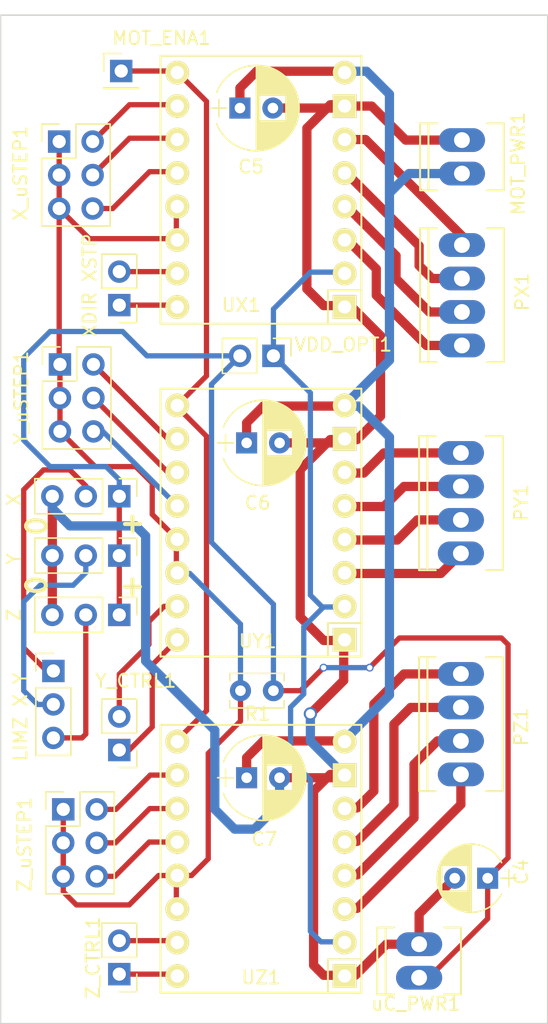
<source format=kicad_pcb>
(kicad_pcb (version 4) (host pcbnew 4.0.7-e2-6376~58~ubuntu16.04.1)

  (general
    (links 77)
    (no_connects 0)
    (area 91.034257 39.7615 144.748543 119.5615)
    (thickness 1.6)
    (drawings 8)
    (tracks 262)
    (zones 0)
    (modules 29)
    (nets 37)
  )

  (page A4)
  (layers
    (0 F.Cu signal)
    (31 B.Cu signal)
    (32 B.Adhes user)
    (33 F.Adhes user)
    (34 B.Paste user)
    (35 F.Paste user)
    (36 B.SilkS user)
    (37 F.SilkS user)
    (38 B.Mask user)
    (39 F.Mask user)
    (40 Dwgs.User user)
    (41 Cmts.User user)
    (42 Eco1.User user)
    (43 Eco2.User user)
    (44 Edge.Cuts user)
    (45 Margin user)
    (46 B.CrtYd user)
    (47 F.CrtYd user)
    (48 B.Fab user)
    (49 F.Fab user hide)
  )

  (setup
    (last_trace_width 0.4)
    (trace_clearance 0.3)
    (zone_clearance 0.508)
    (zone_45_only no)
    (trace_min 0.3)
    (segment_width 0.2)
    (edge_width 0.1)
    (via_size 0.6)
    (via_drill 0.4)
    (via_min_size 0.6)
    (via_min_drill 0.3)
    (uvia_size 0.3)
    (uvia_drill 0.1)
    (uvias_allowed no)
    (uvia_min_size 0.2)
    (uvia_min_drill 0.1)
    (pcb_text_width 0.3)
    (pcb_text_size 1.5 1.5)
    (mod_edge_width 0.15)
    (mod_text_size 1 1)
    (mod_text_width 0.15)
    (pad_size 3.2 3.2)
    (pad_drill 3.2)
    (pad_to_mask_clearance 0)
    (aux_axis_origin 0 0)
    (visible_elements FFFFFF7F)
    (pcbplotparams
      (layerselection 0x0103f_80000001)
      (usegerberextensions false)
      (excludeedgelayer true)
      (linewidth 0.100000)
      (plotframeref false)
      (viasonmask false)
      (mode 1)
      (useauxorigin false)
      (hpglpennumber 1)
      (hpglpenspeed 20)
      (hpglpendiameter 15)
      (hpglpenoverlay 2)
      (psnegative false)
      (psa4output false)
      (plotreference true)
      (plotvalue true)
      (plotinvisibletext false)
      (padsonsilk false)
      (subtractmaskfromsilk false)
      (outputformat 1)
      (mirror false)
      (drillshape 0)
      (scaleselection 1)
      (outputdirectory ""))
  )

  (net 0 "")
  (net 1 "Net-(MOT_ENA1-Pad1)")
  (net 2 GND)
  (net 3 +12V)
  (net 4 "Net-(PX1-Pad1)")
  (net 5 "Net-(PX1-Pad2)")
  (net 6 "Net-(PX1-Pad3)")
  (net 7 "Net-(PX1-Pad4)")
  (net 8 "Net-(PY1-Pad1)")
  (net 9 "Net-(PY1-Pad2)")
  (net 10 "Net-(PY1-Pad3)")
  (net 11 "Net-(PY1-Pad4)")
  (net 12 "Net-(PZ1-Pad1)")
  (net 13 "Net-(PZ1-Pad2)")
  (net 14 "Net-(PZ1-Pad3)")
  (net 15 "Net-(PZ1-Pad4)")
  (net 16 +5V)
  (net 17 "Net-(UX1-Pad2)")
  (net 18 "Net-(UX1-Pad10)")
  (net 19 "Net-(UX1-Pad11)")
  (net 20 "Net-(UX1-Pad12)")
  (net 21 "Net-(R1-Pad2)")
  (net 22 "Net-(UX1-Pad15)")
  (net 23 "Net-(UX1-Pad16)")
  (net 24 "Net-(UY1-Pad10)")
  (net 25 "Net-(UY1-Pad11)")
  (net 26 "Net-(UY1-Pad12)")
  (net 27 "Net-(UY1-Pad15)")
  (net 28 "Net-(UY1-Pad16)")
  (net 29 "Net-(UZ1-Pad10)")
  (net 30 "Net-(UZ1-Pad11)")
  (net 31 "Net-(UZ1-Pad12)")
  (net 32 "Net-(UZ1-Pad15)")
  (net 33 "Net-(UZ1-Pad16)")
  (net 34 "Net-(LIM1-Pad1)")
  (net 35 "Net-(LIM1-Pad2)")
  (net 36 "Net-(LIM1-Pad3)")

  (net_class Default "This is the default net class."
    (clearance 0.3)
    (trace_width 0.4)
    (via_dia 0.6)
    (via_drill 0.4)
    (uvia_dia 0.3)
    (uvia_drill 0.1)
    (add_net +5V)
    (add_net "Net-(LIM1-Pad1)")
    (add_net "Net-(LIM1-Pad2)")
    (add_net "Net-(LIM1-Pad3)")
    (add_net "Net-(MOT_ENA1-Pad1)")
    (add_net "Net-(R1-Pad2)")
    (add_net "Net-(UX1-Pad10)")
    (add_net "Net-(UX1-Pad11)")
    (add_net "Net-(UX1-Pad12)")
    (add_net "Net-(UX1-Pad15)")
    (add_net "Net-(UX1-Pad16)")
    (add_net "Net-(UX1-Pad2)")
    (add_net "Net-(UY1-Pad10)")
    (add_net "Net-(UY1-Pad11)")
    (add_net "Net-(UY1-Pad12)")
    (add_net "Net-(UY1-Pad15)")
    (add_net "Net-(UY1-Pad16)")
    (add_net "Net-(UZ1-Pad10)")
    (add_net "Net-(UZ1-Pad11)")
    (add_net "Net-(UZ1-Pad12)")
    (add_net "Net-(UZ1-Pad15)")
    (add_net "Net-(UZ1-Pad16)")
  )

  (net_class Chubby ""
    (clearance 0.5)
    (trace_width 0.7)
    (via_dia 1)
    (via_drill 0.7)
    (uvia_dia 0.3)
    (uvia_drill 0.1)
    (add_net +12V)
    (add_net GND)
    (add_net "Net-(PX1-Pad1)")
    (add_net "Net-(PX1-Pad2)")
    (add_net "Net-(PX1-Pad3)")
    (add_net "Net-(PX1-Pad4)")
    (add_net "Net-(PY1-Pad1)")
    (add_net "Net-(PY1-Pad2)")
    (add_net "Net-(PY1-Pad3)")
    (add_net "Net-(PY1-Pad4)")
    (add_net "Net-(PZ1-Pad1)")
    (add_net "Net-(PZ1-Pad2)")
    (add_net "Net-(PZ1-Pad3)")
    (add_net "Net-(PZ1-Pad4)")
  )

  (module Mounting_Holes:MountingHole_3.2mm_M3 (layer F.Cu) (tedit 59935FE3) (tstamp 599360F1)
    (at 134.8914 113.9865)
    (descr "Mounting Hole 3.2mm, no annular, M3")
    (tags "mounting hole 3.2mm no annular m3")
    (fp_text reference REF** (at 0 -4.2) (layer F.Fab) hide
      (effects (font (size 1 1) (thickness 0.15)))
    )
    (fp_text value MountingHole_3.2mm_M3 (at 0 4.2) (layer F.Fab) hide
      (effects (font (size 1 1) (thickness 0.15)))
    )
    (fp_circle (center 0 0) (end 3.2 0) (layer Cmts.User) (width 0.15))
    (fp_circle (center 0 0) (end 3.45 0) (layer F.CrtYd) (width 0.05))
    (pad 1 np_thru_hole circle (at 0 0) (size 3.2 3.2) (drill 3.2) (layers *.Cu *.Mask))
  )

  (module Mounting_Holes:MountingHole_3.2mm_M3 (layer F.Cu) (tedit 59935FE3) (tstamp 59936097)
    (at 100.8914 113.9865)
    (descr "Mounting Hole 3.2mm, no annular, M3")
    (tags "mounting hole 3.2mm no annular m3")
    (fp_text reference REF** (at 0 -4.2) (layer F.Fab) hide
      (effects (font (size 1 1) (thickness 0.15)))
    )
    (fp_text value MountingHole_3.2mm_M3 (at 0 4.2) (layer F.Fab) hide
      (effects (font (size 1 1) (thickness 0.15)))
    )
    (fp_circle (center 0 0) (end 3.2 0) (layer Cmts.User) (width 0.15))
    (fp_circle (center 0 0) (end 3.45 0) (layer F.CrtYd) (width 0.05))
    (pad 1 np_thru_hole circle (at 0 0) (size 3.2 3.2) (drill 3.2) (layers *.Cu *.Mask))
  )

  (module Mounting_Holes:MountingHole_3.2mm_M3 (layer F.Cu) (tedit 59935FE3) (tstamp 59936084)
    (at 100.8914 45.2365)
    (descr "Mounting Hole 3.2mm, no annular, M3")
    (tags "mounting hole 3.2mm no annular m3")
    (fp_text reference REF** (at 0 -4.2) (layer F.Fab) hide
      (effects (font (size 1 1) (thickness 0.15)))
    )
    (fp_text value MountingHole_3.2mm_M3 (at 0 4.2) (layer F.Fab) hide
      (effects (font (size 1 1) (thickness 0.15)))
    )
    (fp_circle (center 0 0) (end 3.2 0) (layer Cmts.User) (width 0.15))
    (fp_circle (center 0 0) (end 3.45 0) (layer F.CrtYd) (width 0.05))
    (pad 1 np_thru_hole circle (at 0 0) (size 3.2 3.2) (drill 3.2) (layers *.Cu *.Mask))
  )

  (module Pin_Headers:Pin_Header_Straight_1x01_Pitch2.54mm (layer F.Cu) (tedit 59935915) (tstamp 599348DD)
    (at 106.1466 45.4914)
    (descr "Through hole straight pin header, 1x01, 2.54mm pitch, single row")
    (tags "Through hole pin header THT 1x01 2.54mm single row")
    (path /5993DC9B)
    (fp_text reference MOT_ENA1 (at 3.06 -2.504) (layer F.SilkS)
      (effects (font (size 1 1) (thickness 0.15)))
    )
    (fp_text value CONN_01X01 (at 0 2.33) (layer F.Fab) hide
      (effects (font (size 1 1) (thickness 0.15)))
    )
    (fp_line (start -0.635 -1.27) (end 1.27 -1.27) (layer F.Fab) (width 0.1))
    (fp_line (start 1.27 -1.27) (end 1.27 1.27) (layer F.Fab) (width 0.1))
    (fp_line (start 1.27 1.27) (end -1.27 1.27) (layer F.Fab) (width 0.1))
    (fp_line (start -1.27 1.27) (end -1.27 -0.635) (layer F.Fab) (width 0.1))
    (fp_line (start -1.27 -0.635) (end -0.635 -1.27) (layer F.Fab) (width 0.1))
    (fp_line (start -1.33 1.33) (end 1.33 1.33) (layer F.SilkS) (width 0.12))
    (fp_line (start -1.33 1.27) (end -1.33 1.33) (layer F.SilkS) (width 0.12))
    (fp_line (start 1.33 1.27) (end 1.33 1.33) (layer F.SilkS) (width 0.12))
    (fp_line (start -1.33 1.27) (end 1.33 1.27) (layer F.SilkS) (width 0.12))
    (fp_line (start -1.33 0) (end -1.33 -1.33) (layer F.SilkS) (width 0.12))
    (fp_line (start -1.33 -1.33) (end 0 -1.33) (layer F.SilkS) (width 0.12))
    (fp_line (start -1.8 -1.8) (end -1.8 1.8) (layer F.CrtYd) (width 0.05))
    (fp_line (start -1.8 1.8) (end 1.8 1.8) (layer F.CrtYd) (width 0.05))
    (fp_line (start 1.8 1.8) (end 1.8 -1.8) (layer F.CrtYd) (width 0.05))
    (fp_line (start 1.8 -1.8) (end -1.8 -1.8) (layer F.CrtYd) (width 0.05))
    (fp_text user %R (at 6.604 -1.524 90) (layer F.Fab)
      (effects (font (size 1 1) (thickness 0.15)))
    )
    (pad 1 thru_hole rect (at 0 0) (size 1.7 1.7) (drill 1) (layers *.Cu *.Mask)
      (net 1 "Net-(MOT_ENA1-Pad1)"))
    (model ${KISYS3DMOD}/Pin_Headers.3dshapes/Pin_Header_Straight_1x01_Pitch2.54mm.wrl
      (at (xyz 0 0 0))
      (scale (xyz 1 1 1))
      (rotate (xyz 0 0 0))
    )
  )

  (module Sockets_MOLEX_KK-System:Socket_MOLEX-KK-RM2-54mm_Lock_2pin_straight (layer F.Cu) (tedit 59B196F4) (tstamp 599348E3)
    (at 132 52 90)
    (descr "Socket, MOLEX, KK, RM 2.54mm, Lock, 2pin, straight,")
    (tags "Socket, MOLEX, KK, RM 2.54mm, Lock, 2pin, straight,")
    (path /59939C98)
    (fp_text reference MOT_PWR1 (at -0.5 4.25 270) (layer F.SilkS)
      (effects (font (size 1 1) (thickness 0.15)))
    )
    (fp_text value CONN_01X02 (at -0.635 5.08 90) (layer F.Fab) hide
      (effects (font (size 1 1) (thickness 0.15)))
    )
    (fp_line (start -2.54 -2.54) (end 2.54 -2.54) (layer F.SilkS) (width 0.15))
    (fp_line (start 2.54 3.175) (end 2.54 1.905) (layer F.SilkS) (width 0.15))
    (fp_line (start 2.54 -2.54) (end 2.54 -1.905) (layer F.SilkS) (width 0.15))
    (fp_line (start -2.54 2.54) (end -2.54 1.905) (layer F.SilkS) (width 0.15))
    (fp_line (start -2.54 -2.54) (end -2.54 -1.905) (layer F.SilkS) (width 0.15))
    (fp_line (start -2.54 -2.54) (end -2.54 -3.175) (layer F.SilkS) (width 0.15))
    (fp_line (start -2.54 -3.175) (end 2.54 -3.175) (layer F.SilkS) (width 0.15))
    (fp_line (start 2.54 -3.175) (end 2.54 -2.54) (layer F.SilkS) (width 0.15))
    (fp_line (start 2.54 3.175) (end -2.54 3.175) (layer F.SilkS) (width 0.15))
    (fp_line (start -2.54 3.175) (end -2.54 2.54) (layer F.SilkS) (width 0.15))
    (pad 1 thru_hole oval (at -1.27 0 90) (size 1.80086 3.50012) (drill 1.19888) (layers *.Cu *.Mask)
      (net 3 +12V))
    (pad 2 thru_hole oval (at 1.27 0 90) (size 1.80086 3.50012) (drill 1.19888) (layers *.Cu *.Mask)
      (net 2 GND))
  )

  (module Sockets_MOLEX_KK-System:Socket_MOLEX-KK-RM2-54mm_Lock_4pin_straight (layer F.Cu) (tedit 59935885) (tstamp 599348EB)
    (at 132 62.5 90)
    (descr "Socket, MOLEX, KK, RM 2.54mm, Lock, 4pin, straight,")
    (tags "Socket, MOLEX, KK, RM 2.54mm, Lock, 4pin, straight,")
    (path /56C8D93D)
    (fp_text reference PX1 (at 0.252 4.58 90) (layer F.SilkS)
      (effects (font (size 1 1) (thickness 0.15)))
    )
    (fp_text value CONN_01X04 (at 0 5.08 90) (layer F.Fab) hide
      (effects (font (size 1 1) (thickness 0.15)))
    )
    (fp_line (start 5.08 -2.54) (end -5.08 -2.54) (layer F.SilkS) (width 0.15))
    (fp_line (start 5.08 1.905) (end 5.08 3.175) (layer F.SilkS) (width 0.15))
    (fp_line (start -5.08 -1.905) (end -5.08 -3.175) (layer F.SilkS) (width 0.15))
    (fp_line (start -5.08 -3.175) (end 5.08 -3.175) (layer F.SilkS) (width 0.15))
    (fp_line (start 5.08 -3.175) (end 5.08 -1.905) (layer F.SilkS) (width 0.15))
    (fp_line (start 5.08 3.175) (end -5.08 3.175) (layer F.SilkS) (width 0.15))
    (fp_line (start -5.08 3.175) (end -5.08 1.905) (layer F.SilkS) (width 0.15))
    (pad 1 thru_hole oval (at -3.81 0 90) (size 1.80086 3.50012) (drill 1.19888) (layers *.Cu *.Mask)
      (net 4 "Net-(PX1-Pad1)"))
    (pad 2 thru_hole oval (at -1.27 0 90) (size 1.80086 3.50012) (drill 1.19888) (layers *.Cu *.Mask)
      (net 5 "Net-(PX1-Pad2)"))
    (pad 3 thru_hole oval (at 1.27 0 90) (size 1.80086 3.50012) (drill 1.19888) (layers *.Cu *.Mask)
      (net 6 "Net-(PX1-Pad3)"))
    (pad 4 thru_hole oval (at 3.81 0 90) (size 1.80086 3.50012) (drill 1.19888) (layers *.Cu *.Mask)
      (net 7 "Net-(PX1-Pad4)"))
  )

  (module Sockets_MOLEX_KK-System:Socket_MOLEX-KK-RM2-54mm_Lock_4pin_straight (layer F.Cu) (tedit 5993591C) (tstamp 599348F3)
    (at 131.92 78.274 90)
    (descr "Socket, MOLEX, KK, RM 2.54mm, Lock, 4pin, straight,")
    (tags "Socket, MOLEX, KK, RM 2.54mm, Lock, 4pin, straight,")
    (path /56C8D918)
    (fp_text reference PY1 (at 0.024 4.58 90) (layer F.SilkS)
      (effects (font (size 1 1) (thickness 0.15)))
    )
    (fp_text value CONN_01X04 (at 0 5.08 90) (layer F.Fab) hide
      (effects (font (size 1 1) (thickness 0.15)))
    )
    (fp_line (start 5.08 -2.54) (end -5.08 -2.54) (layer F.SilkS) (width 0.15))
    (fp_line (start 5.08 1.905) (end 5.08 3.175) (layer F.SilkS) (width 0.15))
    (fp_line (start -5.08 -1.905) (end -5.08 -3.175) (layer F.SilkS) (width 0.15))
    (fp_line (start -5.08 -3.175) (end 5.08 -3.175) (layer F.SilkS) (width 0.15))
    (fp_line (start 5.08 -3.175) (end 5.08 -1.905) (layer F.SilkS) (width 0.15))
    (fp_line (start 5.08 3.175) (end -5.08 3.175) (layer F.SilkS) (width 0.15))
    (fp_line (start -5.08 3.175) (end -5.08 1.905) (layer F.SilkS) (width 0.15))
    (pad 1 thru_hole oval (at -3.81 0 90) (size 1.80086 3.50012) (drill 1.19888) (layers *.Cu *.Mask)
      (net 8 "Net-(PY1-Pad1)"))
    (pad 2 thru_hole oval (at -1.27 0 90) (size 1.80086 3.50012) (drill 1.19888) (layers *.Cu *.Mask)
      (net 9 "Net-(PY1-Pad2)"))
    (pad 3 thru_hole oval (at 1.27 0 90) (size 1.80086 3.50012) (drill 1.19888) (layers *.Cu *.Mask)
      (net 10 "Net-(PY1-Pad3)"))
    (pad 4 thru_hole oval (at 3.81 0 90) (size 1.80086 3.50012) (drill 1.19888) (layers *.Cu *.Mask)
      (net 11 "Net-(PY1-Pad4)"))
  )

  (module Sockets_MOLEX_KK-System:Socket_MOLEX-KK-RM2-54mm_Lock_4pin_straight (layer F.Cu) (tedit 59935920) (tstamp 599348FB)
    (at 131.92 95.038 90)
    (descr "Socket, MOLEX, KK, RM 2.54mm, Lock, 4pin, straight,")
    (tags "Socket, MOLEX, KK, RM 2.54mm, Lock, 4pin, straight,")
    (path /56C8D8D1)
    (fp_text reference PZ1 (at -0.212 4.58 90) (layer F.SilkS)
      (effects (font (size 1 1) (thickness 0.15)))
    )
    (fp_text value CONN_01X04 (at 0 5.08 90) (layer F.Fab) hide
      (effects (font (size 1 1) (thickness 0.15)))
    )
    (fp_line (start 5.08 -2.54) (end -5.08 -2.54) (layer F.SilkS) (width 0.15))
    (fp_line (start 5.08 1.905) (end 5.08 3.175) (layer F.SilkS) (width 0.15))
    (fp_line (start -5.08 -1.905) (end -5.08 -3.175) (layer F.SilkS) (width 0.15))
    (fp_line (start -5.08 -3.175) (end 5.08 -3.175) (layer F.SilkS) (width 0.15))
    (fp_line (start 5.08 -3.175) (end 5.08 -1.905) (layer F.SilkS) (width 0.15))
    (fp_line (start 5.08 3.175) (end -5.08 3.175) (layer F.SilkS) (width 0.15))
    (fp_line (start -5.08 3.175) (end -5.08 1.905) (layer F.SilkS) (width 0.15))
    (pad 1 thru_hole oval (at -3.81 0 90) (size 1.80086 3.50012) (drill 1.19888) (layers *.Cu *.Mask)
      (net 12 "Net-(PZ1-Pad1)"))
    (pad 2 thru_hole oval (at -1.27 0 90) (size 1.80086 3.50012) (drill 1.19888) (layers *.Cu *.Mask)
      (net 13 "Net-(PZ1-Pad2)"))
    (pad 3 thru_hole oval (at 1.27 0 90) (size 1.80086 3.50012) (drill 1.19888) (layers *.Cu *.Mask)
      (net 14 "Net-(PZ1-Pad3)"))
    (pad 4 thru_hole oval (at 3.81 0 90) (size 1.80086 3.50012) (drill 1.19888) (layers *.Cu *.Mask)
      (net 15 "Net-(PZ1-Pad4)"))
  )

  (module Sockets_MOLEX_KK-System:Socket_MOLEX-KK-RM2-54mm_Lock_2pin_straight (layer F.Cu) (tedit 599360C4) (tstamp 59934901)
    (at 128.75 113 90)
    (descr "Socket, MOLEX, KK, RM 2.54mm, Lock, 2pin, straight,")
    (tags "Socket, MOLEX, KK, RM 2.54mm, Lock, 2pin, straight,")
    (path /59939FC0)
    (fp_text reference uC_PWR1 (at -3.25 -0.25 180) (layer F.SilkS)
      (effects (font (size 1 1) (thickness 0.15)))
    )
    (fp_text value CONN_01X02 (at -0.635 5.08 90) (layer F.Fab) hide
      (effects (font (size 1 1) (thickness 0.15)))
    )
    (fp_line (start -2.54 -2.54) (end 2.54 -2.54) (layer F.SilkS) (width 0.15))
    (fp_line (start 2.54 3.175) (end 2.54 1.905) (layer F.SilkS) (width 0.15))
    (fp_line (start 2.54 -2.54) (end 2.54 -1.905) (layer F.SilkS) (width 0.15))
    (fp_line (start -2.54 2.54) (end -2.54 1.905) (layer F.SilkS) (width 0.15))
    (fp_line (start -2.54 -2.54) (end -2.54 -1.905) (layer F.SilkS) (width 0.15))
    (fp_line (start -2.54 -2.54) (end -2.54 -3.175) (layer F.SilkS) (width 0.15))
    (fp_line (start -2.54 -3.175) (end 2.54 -3.175) (layer F.SilkS) (width 0.15))
    (fp_line (start 2.54 -3.175) (end 2.54 -2.54) (layer F.SilkS) (width 0.15))
    (fp_line (start 2.54 3.175) (end -2.54 3.175) (layer F.SilkS) (width 0.15))
    (fp_line (start -2.54 3.175) (end -2.54 2.54) (layer F.SilkS) (width 0.15))
    (pad 1 thru_hole oval (at -1.27 0 90) (size 1.80086 3.50012) (drill 1.19888) (layers *.Cu *.Mask)
      (net 16 +5V))
    (pad 2 thru_hole oval (at 1.27 0 90) (size 1.80086 3.50012) (drill 1.19888) (layers *.Cu *.Mask)
      (net 2 GND))
  )

  (module Pin_Headers:Pin_Header_Straight_1x02_Pitch2.54mm (layer F.Cu) (tedit 599358E8) (tstamp 59934943)
    (at 117.696 67.098 270)
    (descr "Through hole straight pin header, 1x02, 2.54mm pitch, single row")
    (tags "Through hole pin header THT 1x02 2.54mm single row")
    (path /5993A842)
    (fp_text reference VDD_OPT1 (at -0.848 -5.304 360) (layer F.SilkS)
      (effects (font (size 1 1) (thickness 0.15)))
    )
    (fp_text value CONN_01X02 (at 0 4.87 270) (layer F.Fab) hide
      (effects (font (size 1 1) (thickness 0.15)))
    )
    (fp_line (start -0.635 -1.27) (end 1.27 -1.27) (layer F.Fab) (width 0.1))
    (fp_line (start 1.27 -1.27) (end 1.27 3.81) (layer F.Fab) (width 0.1))
    (fp_line (start 1.27 3.81) (end -1.27 3.81) (layer F.Fab) (width 0.1))
    (fp_line (start -1.27 3.81) (end -1.27 -0.635) (layer F.Fab) (width 0.1))
    (fp_line (start -1.27 -0.635) (end -0.635 -1.27) (layer F.Fab) (width 0.1))
    (fp_line (start -1.33 3.87) (end 1.33 3.87) (layer F.SilkS) (width 0.12))
    (fp_line (start -1.33 1.27) (end -1.33 3.87) (layer F.SilkS) (width 0.12))
    (fp_line (start 1.33 1.27) (end 1.33 3.87) (layer F.SilkS) (width 0.12))
    (fp_line (start -1.33 1.27) (end 1.33 1.27) (layer F.SilkS) (width 0.12))
    (fp_line (start -1.33 0) (end -1.33 -1.33) (layer F.SilkS) (width 0.12))
    (fp_line (start -1.33 -1.33) (end 0 -1.33) (layer F.SilkS) (width 0.12))
    (fp_line (start -1.8 -1.8) (end -1.8 4.35) (layer F.CrtYd) (width 0.05))
    (fp_line (start -1.8 4.35) (end 1.8 4.35) (layer F.CrtYd) (width 0.05))
    (fp_line (start 1.8 4.35) (end 1.8 -1.8) (layer F.CrtYd) (width 0.05))
    (fp_line (start 1.8 -1.8) (end -1.8 -1.8) (layer F.CrtYd) (width 0.05))
    (fp_text user %R (at 2.7686 -0.4064 360) (layer F.Fab)
      (effects (font (size 1 1) (thickness 0.15)))
    )
    (pad 1 thru_hole rect (at 0 0 270) (size 1.7 1.7) (drill 1) (layers *.Cu *.Mask)
      (net 17 "Net-(UX1-Pad2)"))
    (pad 2 thru_hole oval (at 0 2.54 270) (size 1.7 1.7) (drill 1) (layers *.Cu *.Mask)
      (net 16 +5V))
    (model ${KISYS3DMOD}/Pin_Headers.3dshapes/Pin_Header_Straight_1x02_Pitch2.54mm.wrl
      (at (xyz 0 0 0))
      (scale (xyz 1 1 1))
      (rotate (xyz 0 0 0))
    )
  )

  (module Pin_Headers:Pin_Header_Straight_1x02_Pitch2.54mm (layer F.Cu) (tedit 59B1935E) (tstamp 59934949)
    (at 106 63.25 180)
    (descr "Through hole straight pin header, 1x02, 2.54mm pitch, single row")
    (tags "Through hole pin header THT 1x02 2.54mm single row")
    (path /5993B819)
    (fp_text reference "XDIR XSTP" (at 2.25 1.5 270) (layer F.SilkS)
      (effects (font (size 1 1) (thickness 0.15)))
    )
    (fp_text value CONN_01X02 (at 0 4.87 180) (layer F.Fab) hide
      (effects (font (size 1 1) (thickness 0.15)))
    )
    (fp_line (start -0.635 -1.27) (end 1.27 -1.27) (layer F.Fab) (width 0.1))
    (fp_line (start 1.27 -1.27) (end 1.27 3.81) (layer F.Fab) (width 0.1))
    (fp_line (start 1.27 3.81) (end -1.27 3.81) (layer F.Fab) (width 0.1))
    (fp_line (start -1.27 3.81) (end -1.27 -0.635) (layer F.Fab) (width 0.1))
    (fp_line (start -1.27 -0.635) (end -0.635 -1.27) (layer F.Fab) (width 0.1))
    (fp_line (start -1.33 3.87) (end 1.33 3.87) (layer F.SilkS) (width 0.12))
    (fp_line (start -1.33 1.27) (end -1.33 3.87) (layer F.SilkS) (width 0.12))
    (fp_line (start 1.33 1.27) (end 1.33 3.87) (layer F.SilkS) (width 0.12))
    (fp_line (start -1.33 1.27) (end 1.33 1.27) (layer F.SilkS) (width 0.12))
    (fp_line (start -1.33 0) (end -1.33 -1.33) (layer F.SilkS) (width 0.12))
    (fp_line (start -1.33 -1.33) (end 0 -1.33) (layer F.SilkS) (width 0.12))
    (fp_line (start -1.8 -1.8) (end -1.8 4.35) (layer F.CrtYd) (width 0.05))
    (fp_line (start -1.8 4.35) (end 1.8 4.35) (layer F.CrtYd) (width 0.05))
    (fp_line (start 1.8 4.35) (end 1.8 -1.8) (layer F.CrtYd) (width 0.05))
    (fp_line (start 1.8 -1.8) (end -1.8 -1.8) (layer F.CrtYd) (width 0.05))
    (fp_text user %R (at 0 1.27 270) (layer F.Fab)
      (effects (font (size 1 1) (thickness 0.15)))
    )
    (pad 1 thru_hole rect (at 0 0 180) (size 1.7 1.7) (drill 1) (layers *.Cu *.Mask)
      (net 23 "Net-(UX1-Pad16)"))
    (pad 2 thru_hole oval (at 0 2.54 180) (size 1.7 1.7) (drill 1) (layers *.Cu *.Mask)
      (net 22 "Net-(UX1-Pad15)"))
    (model ${KISYS3DMOD}/Pin_Headers.3dshapes/Pin_Header_Straight_1x02_Pitch2.54mm.wrl
      (at (xyz 0 0 0))
      (scale (xyz 1 1 1))
      (rotate (xyz 0 0 0))
    )
  )

  (module Pin_Headers:Pin_Header_Straight_2x03_Pitch2.54mm (layer F.Cu) (tedit 59B19330) (tstamp 59934953)
    (at 101.44 50.842)
    (descr "Through hole straight pin header, 2x03, 2.54mm pitch, double rows")
    (tags "Through hole pin header THT 2x03 2.54mm double row")
    (path /59936C99)
    (fp_text reference X_uSTEP1 (at -2.94 2.408 90) (layer F.SilkS)
      (effects (font (size 1 1) (thickness 0.15)))
    )
    (fp_text value CONN_02X03 (at 1.27 7.41) (layer F.Fab) hide
      (effects (font (size 1 1) (thickness 0.15)))
    )
    (fp_line (start 0 -1.27) (end 3.81 -1.27) (layer F.Fab) (width 0.1))
    (fp_line (start 3.81 -1.27) (end 3.81 6.35) (layer F.Fab) (width 0.1))
    (fp_line (start 3.81 6.35) (end -1.27 6.35) (layer F.Fab) (width 0.1))
    (fp_line (start -1.27 6.35) (end -1.27 0) (layer F.Fab) (width 0.1))
    (fp_line (start -1.27 0) (end 0 -1.27) (layer F.Fab) (width 0.1))
    (fp_line (start -1.33 6.41) (end 3.87 6.41) (layer F.SilkS) (width 0.12))
    (fp_line (start -1.33 1.27) (end -1.33 6.41) (layer F.SilkS) (width 0.12))
    (fp_line (start 3.87 -1.33) (end 3.87 6.41) (layer F.SilkS) (width 0.12))
    (fp_line (start -1.33 1.27) (end 1.27 1.27) (layer F.SilkS) (width 0.12))
    (fp_line (start 1.27 1.27) (end 1.27 -1.33) (layer F.SilkS) (width 0.12))
    (fp_line (start 1.27 -1.33) (end 3.87 -1.33) (layer F.SilkS) (width 0.12))
    (fp_line (start -1.33 0) (end -1.33 -1.33) (layer F.SilkS) (width 0.12))
    (fp_line (start -1.33 -1.33) (end 0 -1.33) (layer F.SilkS) (width 0.12))
    (fp_line (start -1.8 -1.8) (end -1.8 6.85) (layer F.CrtYd) (width 0.05))
    (fp_line (start -1.8 6.85) (end 4.35 6.85) (layer F.CrtYd) (width 0.05))
    (fp_line (start 4.35 6.85) (end 4.35 -1.8) (layer F.CrtYd) (width 0.05))
    (fp_line (start 4.35 -1.8) (end -1.8 -1.8) (layer F.CrtYd) (width 0.05))
    (fp_text user %R (at 1.27 2.54 90) (layer F.Fab)
      (effects (font (size 1 1) (thickness 0.15)))
    )
    (pad 1 thru_hole rect (at 0 0) (size 1.7 1.7) (drill 1) (layers *.Cu *.Mask)
      (net 21 "Net-(R1-Pad2)"))
    (pad 2 thru_hole oval (at 2.54 0) (size 1.7 1.7) (drill 1) (layers *.Cu *.Mask)
      (net 18 "Net-(UX1-Pad10)"))
    (pad 3 thru_hole oval (at 0 2.54) (size 1.7 1.7) (drill 1) (layers *.Cu *.Mask)
      (net 21 "Net-(R1-Pad2)"))
    (pad 4 thru_hole oval (at 2.54 2.54) (size 1.7 1.7) (drill 1) (layers *.Cu *.Mask)
      (net 19 "Net-(UX1-Pad11)"))
    (pad 5 thru_hole oval (at 0 5.08) (size 1.7 1.7) (drill 1) (layers *.Cu *.Mask)
      (net 21 "Net-(R1-Pad2)"))
    (pad 6 thru_hole oval (at 2.54 5.08) (size 1.7 1.7) (drill 1) (layers *.Cu *.Mask)
      (net 20 "Net-(UX1-Pad12)"))
    (model ${KISYS3DMOD}/Pin_Headers.3dshapes/Pin_Header_Straight_2x03_Pitch2.54mm.wrl
      (at (xyz 0 0 0))
      (scale (xyz 1 1 1))
      (rotate (xyz 0 0 0))
    )
  )

  (module Pin_Headers:Pin_Header_Straight_1x02_Pitch2.54mm (layer F.Cu) (tedit 59B190F5) (tstamp 59934959)
    (at 106 97 180)
    (descr "Through hole straight pin header, 1x02, 2.54mm pitch, single row")
    (tags "Through hole pin header THT 1x02 2.54mm single row")
    (path /5993B7B2)
    (fp_text reference Y_CTRL1 (at -1.25 5.25 360) (layer F.SilkS)
      (effects (font (size 1 1) (thickness 0.15)))
    )
    (fp_text value CONN_01X02 (at 0 4.87 180) (layer F.Fab) hide
      (effects (font (size 1 1) (thickness 0.15)))
    )
    (fp_line (start -0.635 -1.27) (end 1.27 -1.27) (layer F.Fab) (width 0.1))
    (fp_line (start 1.27 -1.27) (end 1.27 3.81) (layer F.Fab) (width 0.1))
    (fp_line (start 1.27 3.81) (end -1.27 3.81) (layer F.Fab) (width 0.1))
    (fp_line (start -1.27 3.81) (end -1.27 -0.635) (layer F.Fab) (width 0.1))
    (fp_line (start -1.27 -0.635) (end -0.635 -1.27) (layer F.Fab) (width 0.1))
    (fp_line (start -1.33 3.87) (end 1.33 3.87) (layer F.SilkS) (width 0.12))
    (fp_line (start -1.33 1.27) (end -1.33 3.87) (layer F.SilkS) (width 0.12))
    (fp_line (start 1.33 1.27) (end 1.33 3.87) (layer F.SilkS) (width 0.12))
    (fp_line (start -1.33 1.27) (end 1.33 1.27) (layer F.SilkS) (width 0.12))
    (fp_line (start -1.33 0) (end -1.33 -1.33) (layer F.SilkS) (width 0.12))
    (fp_line (start -1.33 -1.33) (end 0 -1.33) (layer F.SilkS) (width 0.12))
    (fp_line (start -1.8 -1.8) (end -1.8 4.35) (layer F.CrtYd) (width 0.05))
    (fp_line (start -1.8 4.35) (end 1.8 4.35) (layer F.CrtYd) (width 0.05))
    (fp_line (start 1.8 4.35) (end 1.8 -1.8) (layer F.CrtYd) (width 0.05))
    (fp_line (start 1.8 -1.8) (end -1.8 -1.8) (layer F.CrtYd) (width 0.05))
    (fp_text user %R (at 0 1.27 270) (layer F.Fab)
      (effects (font (size 1 1) (thickness 0.15)))
    )
    (pad 1 thru_hole rect (at 0 0 180) (size 1.7 1.7) (drill 1) (layers *.Cu *.Mask)
      (net 28 "Net-(UY1-Pad16)"))
    (pad 2 thru_hole oval (at 0 2.54 180) (size 1.7 1.7) (drill 1) (layers *.Cu *.Mask)
      (net 27 "Net-(UY1-Pad15)"))
    (model ${KISYS3DMOD}/Pin_Headers.3dshapes/Pin_Header_Straight_1x02_Pitch2.54mm.wrl
      (at (xyz 0 0 0))
      (scale (xyz 1 1 1))
      (rotate (xyz 0 0 0))
    )
  )

  (module Pin_Headers:Pin_Header_Straight_2x03_Pitch2.54mm (layer F.Cu) (tedit 59B19315) (tstamp 59934963)
    (at 101.5 67.75)
    (descr "Through hole straight pin header, 2x03, 2.54mm pitch, double rows")
    (tags "Through hole pin header THT 2x03 2.54mm double row")
    (path /59936BF7)
    (fp_text reference Y_uSTEP1 (at -2.94 2.524 90) (layer F.SilkS)
      (effects (font (size 1 1) (thickness 0.15)))
    )
    (fp_text value CONN_02X03 (at 1.27 7.41) (layer F.Fab) hide
      (effects (font (size 1 1) (thickness 0.15)))
    )
    (fp_line (start 0 -1.27) (end 3.81 -1.27) (layer F.Fab) (width 0.1))
    (fp_line (start 3.81 -1.27) (end 3.81 6.35) (layer F.Fab) (width 0.1))
    (fp_line (start 3.81 6.35) (end -1.27 6.35) (layer F.Fab) (width 0.1))
    (fp_line (start -1.27 6.35) (end -1.27 0) (layer F.Fab) (width 0.1))
    (fp_line (start -1.27 0) (end 0 -1.27) (layer F.Fab) (width 0.1))
    (fp_line (start -1.33 6.41) (end 3.87 6.41) (layer F.SilkS) (width 0.12))
    (fp_line (start -1.33 1.27) (end -1.33 6.41) (layer F.SilkS) (width 0.12))
    (fp_line (start 3.87 -1.33) (end 3.87 6.41) (layer F.SilkS) (width 0.12))
    (fp_line (start -1.33 1.27) (end 1.27 1.27) (layer F.SilkS) (width 0.12))
    (fp_line (start 1.27 1.27) (end 1.27 -1.33) (layer F.SilkS) (width 0.12))
    (fp_line (start 1.27 -1.33) (end 3.87 -1.33) (layer F.SilkS) (width 0.12))
    (fp_line (start -1.33 0) (end -1.33 -1.33) (layer F.SilkS) (width 0.12))
    (fp_line (start -1.33 -1.33) (end 0 -1.33) (layer F.SilkS) (width 0.12))
    (fp_line (start -1.8 -1.8) (end -1.8 6.85) (layer F.CrtYd) (width 0.05))
    (fp_line (start -1.8 6.85) (end 4.35 6.85) (layer F.CrtYd) (width 0.05))
    (fp_line (start 4.35 6.85) (end 4.35 -1.8) (layer F.CrtYd) (width 0.05))
    (fp_line (start 4.35 -1.8) (end -1.8 -1.8) (layer F.CrtYd) (width 0.05))
    (fp_text user %R (at 1.27 2.54 90) (layer F.Fab)
      (effects (font (size 1 1) (thickness 0.15)))
    )
    (pad 1 thru_hole rect (at 0 0) (size 1.7 1.7) (drill 1) (layers *.Cu *.Mask)
      (net 21 "Net-(R1-Pad2)"))
    (pad 2 thru_hole oval (at 2.54 0) (size 1.7 1.7) (drill 1) (layers *.Cu *.Mask)
      (net 24 "Net-(UY1-Pad10)"))
    (pad 3 thru_hole oval (at 0 2.54) (size 1.7 1.7) (drill 1) (layers *.Cu *.Mask)
      (net 21 "Net-(R1-Pad2)"))
    (pad 4 thru_hole oval (at 2.54 2.54) (size 1.7 1.7) (drill 1) (layers *.Cu *.Mask)
      (net 25 "Net-(UY1-Pad11)"))
    (pad 5 thru_hole oval (at 0 5.08) (size 1.7 1.7) (drill 1) (layers *.Cu *.Mask)
      (net 21 "Net-(R1-Pad2)"))
    (pad 6 thru_hole oval (at 2.54 5.08) (size 1.7 1.7) (drill 1) (layers *.Cu *.Mask)
      (net 26 "Net-(UY1-Pad12)"))
    (model ${KISYS3DMOD}/Pin_Headers.3dshapes/Pin_Header_Straight_2x03_Pitch2.54mm.wrl
      (at (xyz 0 0 0))
      (scale (xyz 1 1 1))
      (rotate (xyz 0 0 0))
    )
  )

  (module Pin_Headers:Pin_Header_Straight_1x02_Pitch2.54mm (layer F.Cu) (tedit 59B193AF) (tstamp 59934969)
    (at 106 114 180)
    (descr "Through hole straight pin header, 1x02, 2.54mm pitch, single row")
    (tags "Through hole pin header THT 1x02 2.54mm single row")
    (path /5993B518)
    (fp_text reference Z_CTRL1 (at 2 1.25 270) (layer F.SilkS)
      (effects (font (size 1 1) (thickness 0.15)))
    )
    (fp_text value CONN_01X02 (at 0 4.87 180) (layer F.Fab) hide
      (effects (font (size 1 1) (thickness 0.15)))
    )
    (fp_line (start -0.635 -1.27) (end 1.27 -1.27) (layer F.Fab) (width 0.1))
    (fp_line (start 1.27 -1.27) (end 1.27 3.81) (layer F.Fab) (width 0.1))
    (fp_line (start 1.27 3.81) (end -1.27 3.81) (layer F.Fab) (width 0.1))
    (fp_line (start -1.27 3.81) (end -1.27 -0.635) (layer F.Fab) (width 0.1))
    (fp_line (start -1.27 -0.635) (end -0.635 -1.27) (layer F.Fab) (width 0.1))
    (fp_line (start -1.33 3.87) (end 1.33 3.87) (layer F.SilkS) (width 0.12))
    (fp_line (start -1.33 1.27) (end -1.33 3.87) (layer F.SilkS) (width 0.12))
    (fp_line (start 1.33 1.27) (end 1.33 3.87) (layer F.SilkS) (width 0.12))
    (fp_line (start -1.33 1.27) (end 1.33 1.27) (layer F.SilkS) (width 0.12))
    (fp_line (start -1.33 0) (end -1.33 -1.33) (layer F.SilkS) (width 0.12))
    (fp_line (start -1.33 -1.33) (end 0 -1.33) (layer F.SilkS) (width 0.12))
    (fp_line (start -1.8 -1.8) (end -1.8 4.35) (layer F.CrtYd) (width 0.05))
    (fp_line (start -1.8 4.35) (end 1.8 4.35) (layer F.CrtYd) (width 0.05))
    (fp_line (start 1.8 4.35) (end 1.8 -1.8) (layer F.CrtYd) (width 0.05))
    (fp_line (start 1.8 -1.8) (end -1.8 -1.8) (layer F.CrtYd) (width 0.05))
    (fp_text user %R (at 0 1.27 270) (layer F.Fab)
      (effects (font (size 1 1) (thickness 0.15)))
    )
    (pad 1 thru_hole rect (at 0 0 180) (size 1.7 1.7) (drill 1) (layers *.Cu *.Mask)
      (net 33 "Net-(UZ1-Pad16)"))
    (pad 2 thru_hole oval (at 0 2.54 180) (size 1.7 1.7) (drill 1) (layers *.Cu *.Mask)
      (net 32 "Net-(UZ1-Pad15)"))
    (model ${KISYS3DMOD}/Pin_Headers.3dshapes/Pin_Header_Straight_1x02_Pitch2.54mm.wrl
      (at (xyz 0 0 0))
      (scale (xyz 1 1 1))
      (rotate (xyz 0 0 0))
    )
  )

  (module Pin_Headers:Pin_Header_Straight_2x03_Pitch2.54mm (layer F.Cu) (tedit 59B1939D) (tstamp 59934973)
    (at 101.75 101.5)
    (descr "Through hole straight pin header, 2x03, 2.54mm pitch, double rows")
    (tags "Through hole pin header THT 2x03 2.54mm double row")
    (path /56E1CDC2)
    (fp_text reference Z_uSTEP1 (at -2.94 2.656 90) (layer F.SilkS)
      (effects (font (size 1 1) (thickness 0.15)))
    )
    (fp_text value CONN_02X03 (at 1.27 7.41) (layer F.Fab) hide
      (effects (font (size 1 1) (thickness 0.15)))
    )
    (fp_line (start 0 -1.27) (end 3.81 -1.27) (layer F.Fab) (width 0.1))
    (fp_line (start 3.81 -1.27) (end 3.81 6.35) (layer F.Fab) (width 0.1))
    (fp_line (start 3.81 6.35) (end -1.27 6.35) (layer F.Fab) (width 0.1))
    (fp_line (start -1.27 6.35) (end -1.27 0) (layer F.Fab) (width 0.1))
    (fp_line (start -1.27 0) (end 0 -1.27) (layer F.Fab) (width 0.1))
    (fp_line (start -1.33 6.41) (end 3.87 6.41) (layer F.SilkS) (width 0.12))
    (fp_line (start -1.33 1.27) (end -1.33 6.41) (layer F.SilkS) (width 0.12))
    (fp_line (start 3.87 -1.33) (end 3.87 6.41) (layer F.SilkS) (width 0.12))
    (fp_line (start -1.33 1.27) (end 1.27 1.27) (layer F.SilkS) (width 0.12))
    (fp_line (start 1.27 1.27) (end 1.27 -1.33) (layer F.SilkS) (width 0.12))
    (fp_line (start 1.27 -1.33) (end 3.87 -1.33) (layer F.SilkS) (width 0.12))
    (fp_line (start -1.33 0) (end -1.33 -1.33) (layer F.SilkS) (width 0.12))
    (fp_line (start -1.33 -1.33) (end 0 -1.33) (layer F.SilkS) (width 0.12))
    (fp_line (start -1.8 -1.8) (end -1.8 6.85) (layer F.CrtYd) (width 0.05))
    (fp_line (start -1.8 6.85) (end 4.35 6.85) (layer F.CrtYd) (width 0.05))
    (fp_line (start 4.35 6.85) (end 4.35 -1.8) (layer F.CrtYd) (width 0.05))
    (fp_line (start 4.35 -1.8) (end -1.8 -1.8) (layer F.CrtYd) (width 0.05))
    (fp_text user %R (at 1.27 2.54 90) (layer F.Fab)
      (effects (font (size 1 1) (thickness 0.15)))
    )
    (pad 1 thru_hole rect (at 0 0) (size 1.7 1.7) (drill 1) (layers *.Cu *.Mask)
      (net 21 "Net-(R1-Pad2)"))
    (pad 2 thru_hole oval (at 2.54 0) (size 1.7 1.7) (drill 1) (layers *.Cu *.Mask)
      (net 29 "Net-(UZ1-Pad10)"))
    (pad 3 thru_hole oval (at 0 2.54) (size 1.7 1.7) (drill 1) (layers *.Cu *.Mask)
      (net 21 "Net-(R1-Pad2)"))
    (pad 4 thru_hole oval (at 2.54 2.54) (size 1.7 1.7) (drill 1) (layers *.Cu *.Mask)
      (net 30 "Net-(UZ1-Pad11)"))
    (pad 5 thru_hole oval (at 0 5.08) (size 1.7 1.7) (drill 1) (layers *.Cu *.Mask)
      (net 21 "Net-(R1-Pad2)"))
    (pad 6 thru_hole oval (at 2.54 5.08) (size 1.7 1.7) (drill 1) (layers *.Cu *.Mask)
      (net 31 "Net-(UZ1-Pad12)"))
    (model ${KISYS3DMOD}/Pin_Headers.3dshapes/Pin_Header_Straight_2x03_Pitch2.54mm.wrl
      (at (xyz 0 0 0))
      (scale (xyz 1 1 1))
      (rotate (xyz 0 0 0))
    )
  )

  (module Capacitors_ThroughHole:CP_Radial_D5.0mm_P2.50mm (layer F.Cu) (tedit 599358A7) (tstamp 59935014)
    (at 133.952 106.722 180)
    (descr "CP, Radial series, Radial, pin pitch=2.50mm, , diameter=5mm, Electrolytic Capacitor")
    (tags "CP Radial series Radial pin pitch 2.50mm  diameter 5mm Electrolytic Capacitor")
    (path /56E7E91B)
    (fp_text reference C4 (at -2.548 0.472 270) (layer F.SilkS)
      (effects (font (size 1 1) (thickness 0.15)))
    )
    (fp_text value 10uF (at 1.25 3.81 180) (layer F.Fab) hide
      (effects (font (size 1 1) (thickness 0.15)))
    )
    (fp_arc (start 1.25 0) (end -1.05558 -1.18) (angle 125.8) (layer F.SilkS) (width 0.12))
    (fp_arc (start 1.25 0) (end -1.05558 1.18) (angle -125.8) (layer F.SilkS) (width 0.12))
    (fp_arc (start 1.25 0) (end 3.55558 -1.18) (angle 54.2) (layer F.SilkS) (width 0.12))
    (fp_circle (center 1.25 0) (end 3.75 0) (layer F.Fab) (width 0.1))
    (fp_line (start -2.2 0) (end -1 0) (layer F.Fab) (width 0.1))
    (fp_line (start -1.6 -0.65) (end -1.6 0.65) (layer F.Fab) (width 0.1))
    (fp_line (start 1.25 -2.55) (end 1.25 2.55) (layer F.SilkS) (width 0.12))
    (fp_line (start 1.29 -2.55) (end 1.29 2.55) (layer F.SilkS) (width 0.12))
    (fp_line (start 1.33 -2.549) (end 1.33 2.549) (layer F.SilkS) (width 0.12))
    (fp_line (start 1.37 -2.548) (end 1.37 2.548) (layer F.SilkS) (width 0.12))
    (fp_line (start 1.41 -2.546) (end 1.41 2.546) (layer F.SilkS) (width 0.12))
    (fp_line (start 1.45 -2.543) (end 1.45 2.543) (layer F.SilkS) (width 0.12))
    (fp_line (start 1.49 -2.539) (end 1.49 2.539) (layer F.SilkS) (width 0.12))
    (fp_line (start 1.53 -2.535) (end 1.53 -0.98) (layer F.SilkS) (width 0.12))
    (fp_line (start 1.53 0.98) (end 1.53 2.535) (layer F.SilkS) (width 0.12))
    (fp_line (start 1.57 -2.531) (end 1.57 -0.98) (layer F.SilkS) (width 0.12))
    (fp_line (start 1.57 0.98) (end 1.57 2.531) (layer F.SilkS) (width 0.12))
    (fp_line (start 1.61 -2.525) (end 1.61 -0.98) (layer F.SilkS) (width 0.12))
    (fp_line (start 1.61 0.98) (end 1.61 2.525) (layer F.SilkS) (width 0.12))
    (fp_line (start 1.65 -2.519) (end 1.65 -0.98) (layer F.SilkS) (width 0.12))
    (fp_line (start 1.65 0.98) (end 1.65 2.519) (layer F.SilkS) (width 0.12))
    (fp_line (start 1.69 -2.513) (end 1.69 -0.98) (layer F.SilkS) (width 0.12))
    (fp_line (start 1.69 0.98) (end 1.69 2.513) (layer F.SilkS) (width 0.12))
    (fp_line (start 1.73 -2.506) (end 1.73 -0.98) (layer F.SilkS) (width 0.12))
    (fp_line (start 1.73 0.98) (end 1.73 2.506) (layer F.SilkS) (width 0.12))
    (fp_line (start 1.77 -2.498) (end 1.77 -0.98) (layer F.SilkS) (width 0.12))
    (fp_line (start 1.77 0.98) (end 1.77 2.498) (layer F.SilkS) (width 0.12))
    (fp_line (start 1.81 -2.489) (end 1.81 -0.98) (layer F.SilkS) (width 0.12))
    (fp_line (start 1.81 0.98) (end 1.81 2.489) (layer F.SilkS) (width 0.12))
    (fp_line (start 1.85 -2.48) (end 1.85 -0.98) (layer F.SilkS) (width 0.12))
    (fp_line (start 1.85 0.98) (end 1.85 2.48) (layer F.SilkS) (width 0.12))
    (fp_line (start 1.89 -2.47) (end 1.89 -0.98) (layer F.SilkS) (width 0.12))
    (fp_line (start 1.89 0.98) (end 1.89 2.47) (layer F.SilkS) (width 0.12))
    (fp_line (start 1.93 -2.46) (end 1.93 -0.98) (layer F.SilkS) (width 0.12))
    (fp_line (start 1.93 0.98) (end 1.93 2.46) (layer F.SilkS) (width 0.12))
    (fp_line (start 1.971 -2.448) (end 1.971 -0.98) (layer F.SilkS) (width 0.12))
    (fp_line (start 1.971 0.98) (end 1.971 2.448) (layer F.SilkS) (width 0.12))
    (fp_line (start 2.011 -2.436) (end 2.011 -0.98) (layer F.SilkS) (width 0.12))
    (fp_line (start 2.011 0.98) (end 2.011 2.436) (layer F.SilkS) (width 0.12))
    (fp_line (start 2.051 -2.424) (end 2.051 -0.98) (layer F.SilkS) (width 0.12))
    (fp_line (start 2.051 0.98) (end 2.051 2.424) (layer F.SilkS) (width 0.12))
    (fp_line (start 2.091 -2.41) (end 2.091 -0.98) (layer F.SilkS) (width 0.12))
    (fp_line (start 2.091 0.98) (end 2.091 2.41) (layer F.SilkS) (width 0.12))
    (fp_line (start 2.131 -2.396) (end 2.131 -0.98) (layer F.SilkS) (width 0.12))
    (fp_line (start 2.131 0.98) (end 2.131 2.396) (layer F.SilkS) (width 0.12))
    (fp_line (start 2.171 -2.382) (end 2.171 -0.98) (layer F.SilkS) (width 0.12))
    (fp_line (start 2.171 0.98) (end 2.171 2.382) (layer F.SilkS) (width 0.12))
    (fp_line (start 2.211 -2.366) (end 2.211 -0.98) (layer F.SilkS) (width 0.12))
    (fp_line (start 2.211 0.98) (end 2.211 2.366) (layer F.SilkS) (width 0.12))
    (fp_line (start 2.251 -2.35) (end 2.251 -0.98) (layer F.SilkS) (width 0.12))
    (fp_line (start 2.251 0.98) (end 2.251 2.35) (layer F.SilkS) (width 0.12))
    (fp_line (start 2.291 -2.333) (end 2.291 -0.98) (layer F.SilkS) (width 0.12))
    (fp_line (start 2.291 0.98) (end 2.291 2.333) (layer F.SilkS) (width 0.12))
    (fp_line (start 2.331 -2.315) (end 2.331 -0.98) (layer F.SilkS) (width 0.12))
    (fp_line (start 2.331 0.98) (end 2.331 2.315) (layer F.SilkS) (width 0.12))
    (fp_line (start 2.371 -2.296) (end 2.371 -0.98) (layer F.SilkS) (width 0.12))
    (fp_line (start 2.371 0.98) (end 2.371 2.296) (layer F.SilkS) (width 0.12))
    (fp_line (start 2.411 -2.276) (end 2.411 -0.98) (layer F.SilkS) (width 0.12))
    (fp_line (start 2.411 0.98) (end 2.411 2.276) (layer F.SilkS) (width 0.12))
    (fp_line (start 2.451 -2.256) (end 2.451 -0.98) (layer F.SilkS) (width 0.12))
    (fp_line (start 2.451 0.98) (end 2.451 2.256) (layer F.SilkS) (width 0.12))
    (fp_line (start 2.491 -2.234) (end 2.491 -0.98) (layer F.SilkS) (width 0.12))
    (fp_line (start 2.491 0.98) (end 2.491 2.234) (layer F.SilkS) (width 0.12))
    (fp_line (start 2.531 -2.212) (end 2.531 -0.98) (layer F.SilkS) (width 0.12))
    (fp_line (start 2.531 0.98) (end 2.531 2.212) (layer F.SilkS) (width 0.12))
    (fp_line (start 2.571 -2.189) (end 2.571 -0.98) (layer F.SilkS) (width 0.12))
    (fp_line (start 2.571 0.98) (end 2.571 2.189) (layer F.SilkS) (width 0.12))
    (fp_line (start 2.611 -2.165) (end 2.611 -0.98) (layer F.SilkS) (width 0.12))
    (fp_line (start 2.611 0.98) (end 2.611 2.165) (layer F.SilkS) (width 0.12))
    (fp_line (start 2.651 -2.14) (end 2.651 -0.98) (layer F.SilkS) (width 0.12))
    (fp_line (start 2.651 0.98) (end 2.651 2.14) (layer F.SilkS) (width 0.12))
    (fp_line (start 2.691 -2.113) (end 2.691 -0.98) (layer F.SilkS) (width 0.12))
    (fp_line (start 2.691 0.98) (end 2.691 2.113) (layer F.SilkS) (width 0.12))
    (fp_line (start 2.731 -2.086) (end 2.731 -0.98) (layer F.SilkS) (width 0.12))
    (fp_line (start 2.731 0.98) (end 2.731 2.086) (layer F.SilkS) (width 0.12))
    (fp_line (start 2.771 -2.058) (end 2.771 -0.98) (layer F.SilkS) (width 0.12))
    (fp_line (start 2.771 0.98) (end 2.771 2.058) (layer F.SilkS) (width 0.12))
    (fp_line (start 2.811 -2.028) (end 2.811 -0.98) (layer F.SilkS) (width 0.12))
    (fp_line (start 2.811 0.98) (end 2.811 2.028) (layer F.SilkS) (width 0.12))
    (fp_line (start 2.851 -1.997) (end 2.851 -0.98) (layer F.SilkS) (width 0.12))
    (fp_line (start 2.851 0.98) (end 2.851 1.997) (layer F.SilkS) (width 0.12))
    (fp_line (start 2.891 -1.965) (end 2.891 -0.98) (layer F.SilkS) (width 0.12))
    (fp_line (start 2.891 0.98) (end 2.891 1.965) (layer F.SilkS) (width 0.12))
    (fp_line (start 2.931 -1.932) (end 2.931 -0.98) (layer F.SilkS) (width 0.12))
    (fp_line (start 2.931 0.98) (end 2.931 1.932) (layer F.SilkS) (width 0.12))
    (fp_line (start 2.971 -1.897) (end 2.971 -0.98) (layer F.SilkS) (width 0.12))
    (fp_line (start 2.971 0.98) (end 2.971 1.897) (layer F.SilkS) (width 0.12))
    (fp_line (start 3.011 -1.861) (end 3.011 -0.98) (layer F.SilkS) (width 0.12))
    (fp_line (start 3.011 0.98) (end 3.011 1.861) (layer F.SilkS) (width 0.12))
    (fp_line (start 3.051 -1.823) (end 3.051 -0.98) (layer F.SilkS) (width 0.12))
    (fp_line (start 3.051 0.98) (end 3.051 1.823) (layer F.SilkS) (width 0.12))
    (fp_line (start 3.091 -1.783) (end 3.091 -0.98) (layer F.SilkS) (width 0.12))
    (fp_line (start 3.091 0.98) (end 3.091 1.783) (layer F.SilkS) (width 0.12))
    (fp_line (start 3.131 -1.742) (end 3.131 -0.98) (layer F.SilkS) (width 0.12))
    (fp_line (start 3.131 0.98) (end 3.131 1.742) (layer F.SilkS) (width 0.12))
    (fp_line (start 3.171 -1.699) (end 3.171 -0.98) (layer F.SilkS) (width 0.12))
    (fp_line (start 3.171 0.98) (end 3.171 1.699) (layer F.SilkS) (width 0.12))
    (fp_line (start 3.211 -1.654) (end 3.211 -0.98) (layer F.SilkS) (width 0.12))
    (fp_line (start 3.211 0.98) (end 3.211 1.654) (layer F.SilkS) (width 0.12))
    (fp_line (start 3.251 -1.606) (end 3.251 -0.98) (layer F.SilkS) (width 0.12))
    (fp_line (start 3.251 0.98) (end 3.251 1.606) (layer F.SilkS) (width 0.12))
    (fp_line (start 3.291 -1.556) (end 3.291 -0.98) (layer F.SilkS) (width 0.12))
    (fp_line (start 3.291 0.98) (end 3.291 1.556) (layer F.SilkS) (width 0.12))
    (fp_line (start 3.331 -1.504) (end 3.331 -0.98) (layer F.SilkS) (width 0.12))
    (fp_line (start 3.331 0.98) (end 3.331 1.504) (layer F.SilkS) (width 0.12))
    (fp_line (start 3.371 -1.448) (end 3.371 -0.98) (layer F.SilkS) (width 0.12))
    (fp_line (start 3.371 0.98) (end 3.371 1.448) (layer F.SilkS) (width 0.12))
    (fp_line (start 3.411 -1.39) (end 3.411 -0.98) (layer F.SilkS) (width 0.12))
    (fp_line (start 3.411 0.98) (end 3.411 1.39) (layer F.SilkS) (width 0.12))
    (fp_line (start 3.451 -1.327) (end 3.451 -0.98) (layer F.SilkS) (width 0.12))
    (fp_line (start 3.451 0.98) (end 3.451 1.327) (layer F.SilkS) (width 0.12))
    (fp_line (start 3.491 -1.261) (end 3.491 1.261) (layer F.SilkS) (width 0.12))
    (fp_line (start 3.531 -1.189) (end 3.531 1.189) (layer F.SilkS) (width 0.12))
    (fp_line (start 3.571 -1.112) (end 3.571 1.112) (layer F.SilkS) (width 0.12))
    (fp_line (start 3.611 -1.028) (end 3.611 1.028) (layer F.SilkS) (width 0.12))
    (fp_line (start 3.651 -0.934) (end 3.651 0.934) (layer F.SilkS) (width 0.12))
    (fp_line (start 3.691 -0.829) (end 3.691 0.829) (layer F.SilkS) (width 0.12))
    (fp_line (start 3.731 -0.707) (end 3.731 0.707) (layer F.SilkS) (width 0.12))
    (fp_line (start 3.771 -0.559) (end 3.771 0.559) (layer F.SilkS) (width 0.12))
    (fp_line (start 3.811 -0.354) (end 3.811 0.354) (layer F.SilkS) (width 0.12))
    (fp_line (start -2.2 0) (end -1 0) (layer F.SilkS) (width 0.12))
    (fp_line (start -1.6 -0.65) (end -1.6 0.65) (layer F.SilkS) (width 0.12))
    (fp_line (start -1.6 -2.85) (end -1.6 2.85) (layer F.CrtYd) (width 0.05))
    (fp_line (start -1.6 2.85) (end 4.1 2.85) (layer F.CrtYd) (width 0.05))
    (fp_line (start 4.1 2.85) (end 4.1 -2.85) (layer F.CrtYd) (width 0.05))
    (fp_line (start 4.1 -2.85) (end -1.6 -2.85) (layer F.CrtYd) (width 0.05))
    (fp_text user %R (at 1.25 0 180) (layer F.Fab)
      (effects (font (size 1 1) (thickness 0.15)))
    )
    (pad 1 thru_hole rect (at 0 0 180) (size 1.6 1.6) (drill 0.8) (layers *.Cu *.Mask)
      (net 16 +5V))
    (pad 2 thru_hole circle (at 2.5 0 180) (size 1.6 1.6) (drill 0.8) (layers *.Cu *.Mask)
      (net 2 GND))
    (model ${KISYS3DMOD}/Capacitors_THT.3dshapes/CP_Radial_D5.0mm_P2.50mm.wrl
      (at (xyz 0 0 0))
      (scale (xyz 1 1 1))
      (rotate (xyz 0 0 0))
    )
  )

  (module Capacitors_ThroughHole:CP_Radial_D6.3mm_P2.50mm (layer F.Cu) (tedit 599358FD) (tstamp 5993501A)
    (at 115.156 48.302)
    (descr "CP, Radial series, Radial, pin pitch=2.50mm, , diameter=6.3mm, Electrolytic Capacitor")
    (tags "CP Radial series Radial pin pitch 2.50mm  diameter 6.3mm Electrolytic Capacitor")
    (path /56E1A868)
    (fp_text reference C5 (at 0.844 4.448) (layer F.SilkS)
      (effects (font (size 1 1) (thickness 0.15)))
    )
    (fp_text value 47uF (at 1.25 4.46) (layer F.Fab) hide
      (effects (font (size 1 1) (thickness 0.15)))
    )
    (fp_arc (start 1.25 0) (end -1.767482 -1.18) (angle 137.3) (layer F.SilkS) (width 0.12))
    (fp_arc (start 1.25 0) (end -1.767482 1.18) (angle -137.3) (layer F.SilkS) (width 0.12))
    (fp_arc (start 1.25 0) (end 4.267482 -1.18) (angle 42.7) (layer F.SilkS) (width 0.12))
    (fp_circle (center 1.25 0) (end 4.4 0) (layer F.Fab) (width 0.1))
    (fp_line (start -2.2 0) (end -1 0) (layer F.Fab) (width 0.1))
    (fp_line (start -1.6 -0.65) (end -1.6 0.65) (layer F.Fab) (width 0.1))
    (fp_line (start 1.25 -3.2) (end 1.25 3.2) (layer F.SilkS) (width 0.12))
    (fp_line (start 1.29 -3.2) (end 1.29 3.2) (layer F.SilkS) (width 0.12))
    (fp_line (start 1.33 -3.2) (end 1.33 3.2) (layer F.SilkS) (width 0.12))
    (fp_line (start 1.37 -3.198) (end 1.37 3.198) (layer F.SilkS) (width 0.12))
    (fp_line (start 1.41 -3.197) (end 1.41 3.197) (layer F.SilkS) (width 0.12))
    (fp_line (start 1.45 -3.194) (end 1.45 3.194) (layer F.SilkS) (width 0.12))
    (fp_line (start 1.49 -3.192) (end 1.49 3.192) (layer F.SilkS) (width 0.12))
    (fp_line (start 1.53 -3.188) (end 1.53 -0.98) (layer F.SilkS) (width 0.12))
    (fp_line (start 1.53 0.98) (end 1.53 3.188) (layer F.SilkS) (width 0.12))
    (fp_line (start 1.57 -3.185) (end 1.57 -0.98) (layer F.SilkS) (width 0.12))
    (fp_line (start 1.57 0.98) (end 1.57 3.185) (layer F.SilkS) (width 0.12))
    (fp_line (start 1.61 -3.18) (end 1.61 -0.98) (layer F.SilkS) (width 0.12))
    (fp_line (start 1.61 0.98) (end 1.61 3.18) (layer F.SilkS) (width 0.12))
    (fp_line (start 1.65 -3.176) (end 1.65 -0.98) (layer F.SilkS) (width 0.12))
    (fp_line (start 1.65 0.98) (end 1.65 3.176) (layer F.SilkS) (width 0.12))
    (fp_line (start 1.69 -3.17) (end 1.69 -0.98) (layer F.SilkS) (width 0.12))
    (fp_line (start 1.69 0.98) (end 1.69 3.17) (layer F.SilkS) (width 0.12))
    (fp_line (start 1.73 -3.165) (end 1.73 -0.98) (layer F.SilkS) (width 0.12))
    (fp_line (start 1.73 0.98) (end 1.73 3.165) (layer F.SilkS) (width 0.12))
    (fp_line (start 1.77 -3.158) (end 1.77 -0.98) (layer F.SilkS) (width 0.12))
    (fp_line (start 1.77 0.98) (end 1.77 3.158) (layer F.SilkS) (width 0.12))
    (fp_line (start 1.81 -3.152) (end 1.81 -0.98) (layer F.SilkS) (width 0.12))
    (fp_line (start 1.81 0.98) (end 1.81 3.152) (layer F.SilkS) (width 0.12))
    (fp_line (start 1.85 -3.144) (end 1.85 -0.98) (layer F.SilkS) (width 0.12))
    (fp_line (start 1.85 0.98) (end 1.85 3.144) (layer F.SilkS) (width 0.12))
    (fp_line (start 1.89 -3.137) (end 1.89 -0.98) (layer F.SilkS) (width 0.12))
    (fp_line (start 1.89 0.98) (end 1.89 3.137) (layer F.SilkS) (width 0.12))
    (fp_line (start 1.93 -3.128) (end 1.93 -0.98) (layer F.SilkS) (width 0.12))
    (fp_line (start 1.93 0.98) (end 1.93 3.128) (layer F.SilkS) (width 0.12))
    (fp_line (start 1.971 -3.119) (end 1.971 -0.98) (layer F.SilkS) (width 0.12))
    (fp_line (start 1.971 0.98) (end 1.971 3.119) (layer F.SilkS) (width 0.12))
    (fp_line (start 2.011 -3.11) (end 2.011 -0.98) (layer F.SilkS) (width 0.12))
    (fp_line (start 2.011 0.98) (end 2.011 3.11) (layer F.SilkS) (width 0.12))
    (fp_line (start 2.051 -3.1) (end 2.051 -0.98) (layer F.SilkS) (width 0.12))
    (fp_line (start 2.051 0.98) (end 2.051 3.1) (layer F.SilkS) (width 0.12))
    (fp_line (start 2.091 -3.09) (end 2.091 -0.98) (layer F.SilkS) (width 0.12))
    (fp_line (start 2.091 0.98) (end 2.091 3.09) (layer F.SilkS) (width 0.12))
    (fp_line (start 2.131 -3.079) (end 2.131 -0.98) (layer F.SilkS) (width 0.12))
    (fp_line (start 2.131 0.98) (end 2.131 3.079) (layer F.SilkS) (width 0.12))
    (fp_line (start 2.171 -3.067) (end 2.171 -0.98) (layer F.SilkS) (width 0.12))
    (fp_line (start 2.171 0.98) (end 2.171 3.067) (layer F.SilkS) (width 0.12))
    (fp_line (start 2.211 -3.055) (end 2.211 -0.98) (layer F.SilkS) (width 0.12))
    (fp_line (start 2.211 0.98) (end 2.211 3.055) (layer F.SilkS) (width 0.12))
    (fp_line (start 2.251 -3.042) (end 2.251 -0.98) (layer F.SilkS) (width 0.12))
    (fp_line (start 2.251 0.98) (end 2.251 3.042) (layer F.SilkS) (width 0.12))
    (fp_line (start 2.291 -3.029) (end 2.291 -0.98) (layer F.SilkS) (width 0.12))
    (fp_line (start 2.291 0.98) (end 2.291 3.029) (layer F.SilkS) (width 0.12))
    (fp_line (start 2.331 -3.015) (end 2.331 -0.98) (layer F.SilkS) (width 0.12))
    (fp_line (start 2.331 0.98) (end 2.331 3.015) (layer F.SilkS) (width 0.12))
    (fp_line (start 2.371 -3.001) (end 2.371 -0.98) (layer F.SilkS) (width 0.12))
    (fp_line (start 2.371 0.98) (end 2.371 3.001) (layer F.SilkS) (width 0.12))
    (fp_line (start 2.411 -2.986) (end 2.411 -0.98) (layer F.SilkS) (width 0.12))
    (fp_line (start 2.411 0.98) (end 2.411 2.986) (layer F.SilkS) (width 0.12))
    (fp_line (start 2.451 -2.97) (end 2.451 -0.98) (layer F.SilkS) (width 0.12))
    (fp_line (start 2.451 0.98) (end 2.451 2.97) (layer F.SilkS) (width 0.12))
    (fp_line (start 2.491 -2.954) (end 2.491 -0.98) (layer F.SilkS) (width 0.12))
    (fp_line (start 2.491 0.98) (end 2.491 2.954) (layer F.SilkS) (width 0.12))
    (fp_line (start 2.531 -2.937) (end 2.531 -0.98) (layer F.SilkS) (width 0.12))
    (fp_line (start 2.531 0.98) (end 2.531 2.937) (layer F.SilkS) (width 0.12))
    (fp_line (start 2.571 -2.919) (end 2.571 -0.98) (layer F.SilkS) (width 0.12))
    (fp_line (start 2.571 0.98) (end 2.571 2.919) (layer F.SilkS) (width 0.12))
    (fp_line (start 2.611 -2.901) (end 2.611 -0.98) (layer F.SilkS) (width 0.12))
    (fp_line (start 2.611 0.98) (end 2.611 2.901) (layer F.SilkS) (width 0.12))
    (fp_line (start 2.651 -2.882) (end 2.651 -0.98) (layer F.SilkS) (width 0.12))
    (fp_line (start 2.651 0.98) (end 2.651 2.882) (layer F.SilkS) (width 0.12))
    (fp_line (start 2.691 -2.863) (end 2.691 -0.98) (layer F.SilkS) (width 0.12))
    (fp_line (start 2.691 0.98) (end 2.691 2.863) (layer F.SilkS) (width 0.12))
    (fp_line (start 2.731 -2.843) (end 2.731 -0.98) (layer F.SilkS) (width 0.12))
    (fp_line (start 2.731 0.98) (end 2.731 2.843) (layer F.SilkS) (width 0.12))
    (fp_line (start 2.771 -2.822) (end 2.771 -0.98) (layer F.SilkS) (width 0.12))
    (fp_line (start 2.771 0.98) (end 2.771 2.822) (layer F.SilkS) (width 0.12))
    (fp_line (start 2.811 -2.8) (end 2.811 -0.98) (layer F.SilkS) (width 0.12))
    (fp_line (start 2.811 0.98) (end 2.811 2.8) (layer F.SilkS) (width 0.12))
    (fp_line (start 2.851 -2.778) (end 2.851 -0.98) (layer F.SilkS) (width 0.12))
    (fp_line (start 2.851 0.98) (end 2.851 2.778) (layer F.SilkS) (width 0.12))
    (fp_line (start 2.891 -2.755) (end 2.891 -0.98) (layer F.SilkS) (width 0.12))
    (fp_line (start 2.891 0.98) (end 2.891 2.755) (layer F.SilkS) (width 0.12))
    (fp_line (start 2.931 -2.731) (end 2.931 -0.98) (layer F.SilkS) (width 0.12))
    (fp_line (start 2.931 0.98) (end 2.931 2.731) (layer F.SilkS) (width 0.12))
    (fp_line (start 2.971 -2.706) (end 2.971 -0.98) (layer F.SilkS) (width 0.12))
    (fp_line (start 2.971 0.98) (end 2.971 2.706) (layer F.SilkS) (width 0.12))
    (fp_line (start 3.011 -2.681) (end 3.011 -0.98) (layer F.SilkS) (width 0.12))
    (fp_line (start 3.011 0.98) (end 3.011 2.681) (layer F.SilkS) (width 0.12))
    (fp_line (start 3.051 -2.654) (end 3.051 -0.98) (layer F.SilkS) (width 0.12))
    (fp_line (start 3.051 0.98) (end 3.051 2.654) (layer F.SilkS) (width 0.12))
    (fp_line (start 3.091 -2.627) (end 3.091 -0.98) (layer F.SilkS) (width 0.12))
    (fp_line (start 3.091 0.98) (end 3.091 2.627) (layer F.SilkS) (width 0.12))
    (fp_line (start 3.131 -2.599) (end 3.131 -0.98) (layer F.SilkS) (width 0.12))
    (fp_line (start 3.131 0.98) (end 3.131 2.599) (layer F.SilkS) (width 0.12))
    (fp_line (start 3.171 -2.57) (end 3.171 -0.98) (layer F.SilkS) (width 0.12))
    (fp_line (start 3.171 0.98) (end 3.171 2.57) (layer F.SilkS) (width 0.12))
    (fp_line (start 3.211 -2.54) (end 3.211 -0.98) (layer F.SilkS) (width 0.12))
    (fp_line (start 3.211 0.98) (end 3.211 2.54) (layer F.SilkS) (width 0.12))
    (fp_line (start 3.251 -2.51) (end 3.251 -0.98) (layer F.SilkS) (width 0.12))
    (fp_line (start 3.251 0.98) (end 3.251 2.51) (layer F.SilkS) (width 0.12))
    (fp_line (start 3.291 -2.478) (end 3.291 -0.98) (layer F.SilkS) (width 0.12))
    (fp_line (start 3.291 0.98) (end 3.291 2.478) (layer F.SilkS) (width 0.12))
    (fp_line (start 3.331 -2.445) (end 3.331 -0.98) (layer F.SilkS) (width 0.12))
    (fp_line (start 3.331 0.98) (end 3.331 2.445) (layer F.SilkS) (width 0.12))
    (fp_line (start 3.371 -2.411) (end 3.371 -0.98) (layer F.SilkS) (width 0.12))
    (fp_line (start 3.371 0.98) (end 3.371 2.411) (layer F.SilkS) (width 0.12))
    (fp_line (start 3.411 -2.375) (end 3.411 -0.98) (layer F.SilkS) (width 0.12))
    (fp_line (start 3.411 0.98) (end 3.411 2.375) (layer F.SilkS) (width 0.12))
    (fp_line (start 3.451 -2.339) (end 3.451 -0.98) (layer F.SilkS) (width 0.12))
    (fp_line (start 3.451 0.98) (end 3.451 2.339) (layer F.SilkS) (width 0.12))
    (fp_line (start 3.491 -2.301) (end 3.491 2.301) (layer F.SilkS) (width 0.12))
    (fp_line (start 3.531 -2.262) (end 3.531 2.262) (layer F.SilkS) (width 0.12))
    (fp_line (start 3.571 -2.222) (end 3.571 2.222) (layer F.SilkS) (width 0.12))
    (fp_line (start 3.611 -2.18) (end 3.611 2.18) (layer F.SilkS) (width 0.12))
    (fp_line (start 3.651 -2.137) (end 3.651 2.137) (layer F.SilkS) (width 0.12))
    (fp_line (start 3.691 -2.092) (end 3.691 2.092) (layer F.SilkS) (width 0.12))
    (fp_line (start 3.731 -2.045) (end 3.731 2.045) (layer F.SilkS) (width 0.12))
    (fp_line (start 3.771 -1.997) (end 3.771 1.997) (layer F.SilkS) (width 0.12))
    (fp_line (start 3.811 -1.946) (end 3.811 1.946) (layer F.SilkS) (width 0.12))
    (fp_line (start 3.851 -1.894) (end 3.851 1.894) (layer F.SilkS) (width 0.12))
    (fp_line (start 3.891 -1.839) (end 3.891 1.839) (layer F.SilkS) (width 0.12))
    (fp_line (start 3.931 -1.781) (end 3.931 1.781) (layer F.SilkS) (width 0.12))
    (fp_line (start 3.971 -1.721) (end 3.971 1.721) (layer F.SilkS) (width 0.12))
    (fp_line (start 4.011 -1.658) (end 4.011 1.658) (layer F.SilkS) (width 0.12))
    (fp_line (start 4.051 -1.591) (end 4.051 1.591) (layer F.SilkS) (width 0.12))
    (fp_line (start 4.091 -1.52) (end 4.091 1.52) (layer F.SilkS) (width 0.12))
    (fp_line (start 4.131 -1.445) (end 4.131 1.445) (layer F.SilkS) (width 0.12))
    (fp_line (start 4.171 -1.364) (end 4.171 1.364) (layer F.SilkS) (width 0.12))
    (fp_line (start 4.211 -1.278) (end 4.211 1.278) (layer F.SilkS) (width 0.12))
    (fp_line (start 4.251 -1.184) (end 4.251 1.184) (layer F.SilkS) (width 0.12))
    (fp_line (start 4.291 -1.081) (end 4.291 1.081) (layer F.SilkS) (width 0.12))
    (fp_line (start 4.331 -0.966) (end 4.331 0.966) (layer F.SilkS) (width 0.12))
    (fp_line (start 4.371 -0.834) (end 4.371 0.834) (layer F.SilkS) (width 0.12))
    (fp_line (start 4.411 -0.676) (end 4.411 0.676) (layer F.SilkS) (width 0.12))
    (fp_line (start 4.451 -0.468) (end 4.451 0.468) (layer F.SilkS) (width 0.12))
    (fp_line (start -2.2 0) (end -1 0) (layer F.SilkS) (width 0.12))
    (fp_line (start -1.6 -0.65) (end -1.6 0.65) (layer F.SilkS) (width 0.12))
    (fp_line (start -2.25 -3.5) (end -2.25 3.5) (layer F.CrtYd) (width 0.05))
    (fp_line (start -2.25 3.5) (end 4.75 3.5) (layer F.CrtYd) (width 0.05))
    (fp_line (start 4.75 3.5) (end 4.75 -3.5) (layer F.CrtYd) (width 0.05))
    (fp_line (start 4.75 -3.5) (end -2.25 -3.5) (layer F.CrtYd) (width 0.05))
    (fp_text user %R (at 1.25 0) (layer F.Fab)
      (effects (font (size 1 1) (thickness 0.15)))
    )
    (pad 1 thru_hole rect (at 0 0) (size 1.6 1.6) (drill 0.8) (layers *.Cu *.Mask)
      (net 3 +12V))
    (pad 2 thru_hole circle (at 2.5 0) (size 1.6 1.6) (drill 0.8) (layers *.Cu *.Mask)
      (net 2 GND))
    (model ${KISYS3DMOD}/Capacitors_THT.3dshapes/CP_Radial_D6.3mm_P2.50mm.wrl
      (at (xyz 0 0 0))
      (scale (xyz 1 1 1))
      (rotate (xyz 0 0 0))
    )
  )

  (module Capacitors_ThroughHole:CP_Radial_D6.3mm_P2.50mm (layer F.Cu) (tedit 599358E0) (tstamp 59935020)
    (at 115.664 73.702)
    (descr "CP, Radial series, Radial, pin pitch=2.50mm, , diameter=6.3mm, Electrolytic Capacitor")
    (tags "CP Radial series Radial pin pitch 2.50mm  diameter 6.3mm Electrolytic Capacitor")
    (path /56E149A0)
    (fp_text reference C6 (at 0.836 4.548) (layer F.SilkS)
      (effects (font (size 1 1) (thickness 0.15)))
    )
    (fp_text value 47uF (at 1.25 4.46) (layer F.Fab) hide
      (effects (font (size 1 1) (thickness 0.15)))
    )
    (fp_arc (start 1.25 0) (end -1.767482 -1.18) (angle 137.3) (layer F.SilkS) (width 0.12))
    (fp_arc (start 1.25 0) (end -1.767482 1.18) (angle -137.3) (layer F.SilkS) (width 0.12))
    (fp_arc (start 1.25 0) (end 4.267482 -1.18) (angle 42.7) (layer F.SilkS) (width 0.12))
    (fp_circle (center 1.25 0) (end 4.4 0) (layer F.Fab) (width 0.1))
    (fp_line (start -2.2 0) (end -1 0) (layer F.Fab) (width 0.1))
    (fp_line (start -1.6 -0.65) (end -1.6 0.65) (layer F.Fab) (width 0.1))
    (fp_line (start 1.25 -3.2) (end 1.25 3.2) (layer F.SilkS) (width 0.12))
    (fp_line (start 1.29 -3.2) (end 1.29 3.2) (layer F.SilkS) (width 0.12))
    (fp_line (start 1.33 -3.2) (end 1.33 3.2) (layer F.SilkS) (width 0.12))
    (fp_line (start 1.37 -3.198) (end 1.37 3.198) (layer F.SilkS) (width 0.12))
    (fp_line (start 1.41 -3.197) (end 1.41 3.197) (layer F.SilkS) (width 0.12))
    (fp_line (start 1.45 -3.194) (end 1.45 3.194) (layer F.SilkS) (width 0.12))
    (fp_line (start 1.49 -3.192) (end 1.49 3.192) (layer F.SilkS) (width 0.12))
    (fp_line (start 1.53 -3.188) (end 1.53 -0.98) (layer F.SilkS) (width 0.12))
    (fp_line (start 1.53 0.98) (end 1.53 3.188) (layer F.SilkS) (width 0.12))
    (fp_line (start 1.57 -3.185) (end 1.57 -0.98) (layer F.SilkS) (width 0.12))
    (fp_line (start 1.57 0.98) (end 1.57 3.185) (layer F.SilkS) (width 0.12))
    (fp_line (start 1.61 -3.18) (end 1.61 -0.98) (layer F.SilkS) (width 0.12))
    (fp_line (start 1.61 0.98) (end 1.61 3.18) (layer F.SilkS) (width 0.12))
    (fp_line (start 1.65 -3.176) (end 1.65 -0.98) (layer F.SilkS) (width 0.12))
    (fp_line (start 1.65 0.98) (end 1.65 3.176) (layer F.SilkS) (width 0.12))
    (fp_line (start 1.69 -3.17) (end 1.69 -0.98) (layer F.SilkS) (width 0.12))
    (fp_line (start 1.69 0.98) (end 1.69 3.17) (layer F.SilkS) (width 0.12))
    (fp_line (start 1.73 -3.165) (end 1.73 -0.98) (layer F.SilkS) (width 0.12))
    (fp_line (start 1.73 0.98) (end 1.73 3.165) (layer F.SilkS) (width 0.12))
    (fp_line (start 1.77 -3.158) (end 1.77 -0.98) (layer F.SilkS) (width 0.12))
    (fp_line (start 1.77 0.98) (end 1.77 3.158) (layer F.SilkS) (width 0.12))
    (fp_line (start 1.81 -3.152) (end 1.81 -0.98) (layer F.SilkS) (width 0.12))
    (fp_line (start 1.81 0.98) (end 1.81 3.152) (layer F.SilkS) (width 0.12))
    (fp_line (start 1.85 -3.144) (end 1.85 -0.98) (layer F.SilkS) (width 0.12))
    (fp_line (start 1.85 0.98) (end 1.85 3.144) (layer F.SilkS) (width 0.12))
    (fp_line (start 1.89 -3.137) (end 1.89 -0.98) (layer F.SilkS) (width 0.12))
    (fp_line (start 1.89 0.98) (end 1.89 3.137) (layer F.SilkS) (width 0.12))
    (fp_line (start 1.93 -3.128) (end 1.93 -0.98) (layer F.SilkS) (width 0.12))
    (fp_line (start 1.93 0.98) (end 1.93 3.128) (layer F.SilkS) (width 0.12))
    (fp_line (start 1.971 -3.119) (end 1.971 -0.98) (layer F.SilkS) (width 0.12))
    (fp_line (start 1.971 0.98) (end 1.971 3.119) (layer F.SilkS) (width 0.12))
    (fp_line (start 2.011 -3.11) (end 2.011 -0.98) (layer F.SilkS) (width 0.12))
    (fp_line (start 2.011 0.98) (end 2.011 3.11) (layer F.SilkS) (width 0.12))
    (fp_line (start 2.051 -3.1) (end 2.051 -0.98) (layer F.SilkS) (width 0.12))
    (fp_line (start 2.051 0.98) (end 2.051 3.1) (layer F.SilkS) (width 0.12))
    (fp_line (start 2.091 -3.09) (end 2.091 -0.98) (layer F.SilkS) (width 0.12))
    (fp_line (start 2.091 0.98) (end 2.091 3.09) (layer F.SilkS) (width 0.12))
    (fp_line (start 2.131 -3.079) (end 2.131 -0.98) (layer F.SilkS) (width 0.12))
    (fp_line (start 2.131 0.98) (end 2.131 3.079) (layer F.SilkS) (width 0.12))
    (fp_line (start 2.171 -3.067) (end 2.171 -0.98) (layer F.SilkS) (width 0.12))
    (fp_line (start 2.171 0.98) (end 2.171 3.067) (layer F.SilkS) (width 0.12))
    (fp_line (start 2.211 -3.055) (end 2.211 -0.98) (layer F.SilkS) (width 0.12))
    (fp_line (start 2.211 0.98) (end 2.211 3.055) (layer F.SilkS) (width 0.12))
    (fp_line (start 2.251 -3.042) (end 2.251 -0.98) (layer F.SilkS) (width 0.12))
    (fp_line (start 2.251 0.98) (end 2.251 3.042) (layer F.SilkS) (width 0.12))
    (fp_line (start 2.291 -3.029) (end 2.291 -0.98) (layer F.SilkS) (width 0.12))
    (fp_line (start 2.291 0.98) (end 2.291 3.029) (layer F.SilkS) (width 0.12))
    (fp_line (start 2.331 -3.015) (end 2.331 -0.98) (layer F.SilkS) (width 0.12))
    (fp_line (start 2.331 0.98) (end 2.331 3.015) (layer F.SilkS) (width 0.12))
    (fp_line (start 2.371 -3.001) (end 2.371 -0.98) (layer F.SilkS) (width 0.12))
    (fp_line (start 2.371 0.98) (end 2.371 3.001) (layer F.SilkS) (width 0.12))
    (fp_line (start 2.411 -2.986) (end 2.411 -0.98) (layer F.SilkS) (width 0.12))
    (fp_line (start 2.411 0.98) (end 2.411 2.986) (layer F.SilkS) (width 0.12))
    (fp_line (start 2.451 -2.97) (end 2.451 -0.98) (layer F.SilkS) (width 0.12))
    (fp_line (start 2.451 0.98) (end 2.451 2.97) (layer F.SilkS) (width 0.12))
    (fp_line (start 2.491 -2.954) (end 2.491 -0.98) (layer F.SilkS) (width 0.12))
    (fp_line (start 2.491 0.98) (end 2.491 2.954) (layer F.SilkS) (width 0.12))
    (fp_line (start 2.531 -2.937) (end 2.531 -0.98) (layer F.SilkS) (width 0.12))
    (fp_line (start 2.531 0.98) (end 2.531 2.937) (layer F.SilkS) (width 0.12))
    (fp_line (start 2.571 -2.919) (end 2.571 -0.98) (layer F.SilkS) (width 0.12))
    (fp_line (start 2.571 0.98) (end 2.571 2.919) (layer F.SilkS) (width 0.12))
    (fp_line (start 2.611 -2.901) (end 2.611 -0.98) (layer F.SilkS) (width 0.12))
    (fp_line (start 2.611 0.98) (end 2.611 2.901) (layer F.SilkS) (width 0.12))
    (fp_line (start 2.651 -2.882) (end 2.651 -0.98) (layer F.SilkS) (width 0.12))
    (fp_line (start 2.651 0.98) (end 2.651 2.882) (layer F.SilkS) (width 0.12))
    (fp_line (start 2.691 -2.863) (end 2.691 -0.98) (layer F.SilkS) (width 0.12))
    (fp_line (start 2.691 0.98) (end 2.691 2.863) (layer F.SilkS) (width 0.12))
    (fp_line (start 2.731 -2.843) (end 2.731 -0.98) (layer F.SilkS) (width 0.12))
    (fp_line (start 2.731 0.98) (end 2.731 2.843) (layer F.SilkS) (width 0.12))
    (fp_line (start 2.771 -2.822) (end 2.771 -0.98) (layer F.SilkS) (width 0.12))
    (fp_line (start 2.771 0.98) (end 2.771 2.822) (layer F.SilkS) (width 0.12))
    (fp_line (start 2.811 -2.8) (end 2.811 -0.98) (layer F.SilkS) (width 0.12))
    (fp_line (start 2.811 0.98) (end 2.811 2.8) (layer F.SilkS) (width 0.12))
    (fp_line (start 2.851 -2.778) (end 2.851 -0.98) (layer F.SilkS) (width 0.12))
    (fp_line (start 2.851 0.98) (end 2.851 2.778) (layer F.SilkS) (width 0.12))
    (fp_line (start 2.891 -2.755) (end 2.891 -0.98) (layer F.SilkS) (width 0.12))
    (fp_line (start 2.891 0.98) (end 2.891 2.755) (layer F.SilkS) (width 0.12))
    (fp_line (start 2.931 -2.731) (end 2.931 -0.98) (layer F.SilkS) (width 0.12))
    (fp_line (start 2.931 0.98) (end 2.931 2.731) (layer F.SilkS) (width 0.12))
    (fp_line (start 2.971 -2.706) (end 2.971 -0.98) (layer F.SilkS) (width 0.12))
    (fp_line (start 2.971 0.98) (end 2.971 2.706) (layer F.SilkS) (width 0.12))
    (fp_line (start 3.011 -2.681) (end 3.011 -0.98) (layer F.SilkS) (width 0.12))
    (fp_line (start 3.011 0.98) (end 3.011 2.681) (layer F.SilkS) (width 0.12))
    (fp_line (start 3.051 -2.654) (end 3.051 -0.98) (layer F.SilkS) (width 0.12))
    (fp_line (start 3.051 0.98) (end 3.051 2.654) (layer F.SilkS) (width 0.12))
    (fp_line (start 3.091 -2.627) (end 3.091 -0.98) (layer F.SilkS) (width 0.12))
    (fp_line (start 3.091 0.98) (end 3.091 2.627) (layer F.SilkS) (width 0.12))
    (fp_line (start 3.131 -2.599) (end 3.131 -0.98) (layer F.SilkS) (width 0.12))
    (fp_line (start 3.131 0.98) (end 3.131 2.599) (layer F.SilkS) (width 0.12))
    (fp_line (start 3.171 -2.57) (end 3.171 -0.98) (layer F.SilkS) (width 0.12))
    (fp_line (start 3.171 0.98) (end 3.171 2.57) (layer F.SilkS) (width 0.12))
    (fp_line (start 3.211 -2.54) (end 3.211 -0.98) (layer F.SilkS) (width 0.12))
    (fp_line (start 3.211 0.98) (end 3.211 2.54) (layer F.SilkS) (width 0.12))
    (fp_line (start 3.251 -2.51) (end 3.251 -0.98) (layer F.SilkS) (width 0.12))
    (fp_line (start 3.251 0.98) (end 3.251 2.51) (layer F.SilkS) (width 0.12))
    (fp_line (start 3.291 -2.478) (end 3.291 -0.98) (layer F.SilkS) (width 0.12))
    (fp_line (start 3.291 0.98) (end 3.291 2.478) (layer F.SilkS) (width 0.12))
    (fp_line (start 3.331 -2.445) (end 3.331 -0.98) (layer F.SilkS) (width 0.12))
    (fp_line (start 3.331 0.98) (end 3.331 2.445) (layer F.SilkS) (width 0.12))
    (fp_line (start 3.371 -2.411) (end 3.371 -0.98) (layer F.SilkS) (width 0.12))
    (fp_line (start 3.371 0.98) (end 3.371 2.411) (layer F.SilkS) (width 0.12))
    (fp_line (start 3.411 -2.375) (end 3.411 -0.98) (layer F.SilkS) (width 0.12))
    (fp_line (start 3.411 0.98) (end 3.411 2.375) (layer F.SilkS) (width 0.12))
    (fp_line (start 3.451 -2.339) (end 3.451 -0.98) (layer F.SilkS) (width 0.12))
    (fp_line (start 3.451 0.98) (end 3.451 2.339) (layer F.SilkS) (width 0.12))
    (fp_line (start 3.491 -2.301) (end 3.491 2.301) (layer F.SilkS) (width 0.12))
    (fp_line (start 3.531 -2.262) (end 3.531 2.262) (layer F.SilkS) (width 0.12))
    (fp_line (start 3.571 -2.222) (end 3.571 2.222) (layer F.SilkS) (width 0.12))
    (fp_line (start 3.611 -2.18) (end 3.611 2.18) (layer F.SilkS) (width 0.12))
    (fp_line (start 3.651 -2.137) (end 3.651 2.137) (layer F.SilkS) (width 0.12))
    (fp_line (start 3.691 -2.092) (end 3.691 2.092) (layer F.SilkS) (width 0.12))
    (fp_line (start 3.731 -2.045) (end 3.731 2.045) (layer F.SilkS) (width 0.12))
    (fp_line (start 3.771 -1.997) (end 3.771 1.997) (layer F.SilkS) (width 0.12))
    (fp_line (start 3.811 -1.946) (end 3.811 1.946) (layer F.SilkS) (width 0.12))
    (fp_line (start 3.851 -1.894) (end 3.851 1.894) (layer F.SilkS) (width 0.12))
    (fp_line (start 3.891 -1.839) (end 3.891 1.839) (layer F.SilkS) (width 0.12))
    (fp_line (start 3.931 -1.781) (end 3.931 1.781) (layer F.SilkS) (width 0.12))
    (fp_line (start 3.971 -1.721) (end 3.971 1.721) (layer F.SilkS) (width 0.12))
    (fp_line (start 4.011 -1.658) (end 4.011 1.658) (layer F.SilkS) (width 0.12))
    (fp_line (start 4.051 -1.591) (end 4.051 1.591) (layer F.SilkS) (width 0.12))
    (fp_line (start 4.091 -1.52) (end 4.091 1.52) (layer F.SilkS) (width 0.12))
    (fp_line (start 4.131 -1.445) (end 4.131 1.445) (layer F.SilkS) (width 0.12))
    (fp_line (start 4.171 -1.364) (end 4.171 1.364) (layer F.SilkS) (width 0.12))
    (fp_line (start 4.211 -1.278) (end 4.211 1.278) (layer F.SilkS) (width 0.12))
    (fp_line (start 4.251 -1.184) (end 4.251 1.184) (layer F.SilkS) (width 0.12))
    (fp_line (start 4.291 -1.081) (end 4.291 1.081) (layer F.SilkS) (width 0.12))
    (fp_line (start 4.331 -0.966) (end 4.331 0.966) (layer F.SilkS) (width 0.12))
    (fp_line (start 4.371 -0.834) (end 4.371 0.834) (layer F.SilkS) (width 0.12))
    (fp_line (start 4.411 -0.676) (end 4.411 0.676) (layer F.SilkS) (width 0.12))
    (fp_line (start 4.451 -0.468) (end 4.451 0.468) (layer F.SilkS) (width 0.12))
    (fp_line (start -2.2 0) (end -1 0) (layer F.SilkS) (width 0.12))
    (fp_line (start -1.6 -0.65) (end -1.6 0.65) (layer F.SilkS) (width 0.12))
    (fp_line (start -2.25 -3.5) (end -2.25 3.5) (layer F.CrtYd) (width 0.05))
    (fp_line (start -2.25 3.5) (end 4.75 3.5) (layer F.CrtYd) (width 0.05))
    (fp_line (start 4.75 3.5) (end 4.75 -3.5) (layer F.CrtYd) (width 0.05))
    (fp_line (start 4.75 -3.5) (end -2.25 -3.5) (layer F.CrtYd) (width 0.05))
    (fp_text user %R (at 1.25 0) (layer F.Fab)
      (effects (font (size 1 1) (thickness 0.15)))
    )
    (pad 1 thru_hole rect (at 0 0) (size 1.6 1.6) (drill 0.8) (layers *.Cu *.Mask)
      (net 3 +12V))
    (pad 2 thru_hole circle (at 2.5 0) (size 1.6 1.6) (drill 0.8) (layers *.Cu *.Mask)
      (net 2 GND))
    (model ${KISYS3DMOD}/Capacitors_THT.3dshapes/CP_Radial_D6.3mm_P2.50mm.wrl
      (at (xyz 0 0 0))
      (scale (xyz 1 1 1))
      (rotate (xyz 0 0 0))
    )
  )

  (module Capacitors_ThroughHole:CP_Radial_D6.3mm_P2.50mm (layer F.Cu) (tedit 599358C8) (tstamp 59935026)
    (at 115.664 99.102)
    (descr "CP, Radial series, Radial, pin pitch=2.50mm, , diameter=6.3mm, Electrolytic Capacitor")
    (tags "CP Radial series Radial pin pitch 2.50mm  diameter 6.3mm Electrolytic Capacitor")
    (path /56E1A3BE)
    (fp_text reference C7 (at 1.336 4.648) (layer F.SilkS)
      (effects (font (size 1 1) (thickness 0.15)))
    )
    (fp_text value 47uF (at 1.25 4.46) (layer F.Fab) hide
      (effects (font (size 1 1) (thickness 0.15)))
    )
    (fp_arc (start 1.25 0) (end -1.767482 -1.18) (angle 137.3) (layer F.SilkS) (width 0.12))
    (fp_arc (start 1.25 0) (end -1.767482 1.18) (angle -137.3) (layer F.SilkS) (width 0.12))
    (fp_arc (start 1.25 0) (end 4.267482 -1.18) (angle 42.7) (layer F.SilkS) (width 0.12))
    (fp_circle (center 1.25 0) (end 4.4 0) (layer F.Fab) (width 0.1))
    (fp_line (start -2.2 0) (end -1 0) (layer F.Fab) (width 0.1))
    (fp_line (start -1.6 -0.65) (end -1.6 0.65) (layer F.Fab) (width 0.1))
    (fp_line (start 1.25 -3.2) (end 1.25 3.2) (layer F.SilkS) (width 0.12))
    (fp_line (start 1.29 -3.2) (end 1.29 3.2) (layer F.SilkS) (width 0.12))
    (fp_line (start 1.33 -3.2) (end 1.33 3.2) (layer F.SilkS) (width 0.12))
    (fp_line (start 1.37 -3.198) (end 1.37 3.198) (layer F.SilkS) (width 0.12))
    (fp_line (start 1.41 -3.197) (end 1.41 3.197) (layer F.SilkS) (width 0.12))
    (fp_line (start 1.45 -3.194) (end 1.45 3.194) (layer F.SilkS) (width 0.12))
    (fp_line (start 1.49 -3.192) (end 1.49 3.192) (layer F.SilkS) (width 0.12))
    (fp_line (start 1.53 -3.188) (end 1.53 -0.98) (layer F.SilkS) (width 0.12))
    (fp_line (start 1.53 0.98) (end 1.53 3.188) (layer F.SilkS) (width 0.12))
    (fp_line (start 1.57 -3.185) (end 1.57 -0.98) (layer F.SilkS) (width 0.12))
    (fp_line (start 1.57 0.98) (end 1.57 3.185) (layer F.SilkS) (width 0.12))
    (fp_line (start 1.61 -3.18) (end 1.61 -0.98) (layer F.SilkS) (width 0.12))
    (fp_line (start 1.61 0.98) (end 1.61 3.18) (layer F.SilkS) (width 0.12))
    (fp_line (start 1.65 -3.176) (end 1.65 -0.98) (layer F.SilkS) (width 0.12))
    (fp_line (start 1.65 0.98) (end 1.65 3.176) (layer F.SilkS) (width 0.12))
    (fp_line (start 1.69 -3.17) (end 1.69 -0.98) (layer F.SilkS) (width 0.12))
    (fp_line (start 1.69 0.98) (end 1.69 3.17) (layer F.SilkS) (width 0.12))
    (fp_line (start 1.73 -3.165) (end 1.73 -0.98) (layer F.SilkS) (width 0.12))
    (fp_line (start 1.73 0.98) (end 1.73 3.165) (layer F.SilkS) (width 0.12))
    (fp_line (start 1.77 -3.158) (end 1.77 -0.98) (layer F.SilkS) (width 0.12))
    (fp_line (start 1.77 0.98) (end 1.77 3.158) (layer F.SilkS) (width 0.12))
    (fp_line (start 1.81 -3.152) (end 1.81 -0.98) (layer F.SilkS) (width 0.12))
    (fp_line (start 1.81 0.98) (end 1.81 3.152) (layer F.SilkS) (width 0.12))
    (fp_line (start 1.85 -3.144) (end 1.85 -0.98) (layer F.SilkS) (width 0.12))
    (fp_line (start 1.85 0.98) (end 1.85 3.144) (layer F.SilkS) (width 0.12))
    (fp_line (start 1.89 -3.137) (end 1.89 -0.98) (layer F.SilkS) (width 0.12))
    (fp_line (start 1.89 0.98) (end 1.89 3.137) (layer F.SilkS) (width 0.12))
    (fp_line (start 1.93 -3.128) (end 1.93 -0.98) (layer F.SilkS) (width 0.12))
    (fp_line (start 1.93 0.98) (end 1.93 3.128) (layer F.SilkS) (width 0.12))
    (fp_line (start 1.971 -3.119) (end 1.971 -0.98) (layer F.SilkS) (width 0.12))
    (fp_line (start 1.971 0.98) (end 1.971 3.119) (layer F.SilkS) (width 0.12))
    (fp_line (start 2.011 -3.11) (end 2.011 -0.98) (layer F.SilkS) (width 0.12))
    (fp_line (start 2.011 0.98) (end 2.011 3.11) (layer F.SilkS) (width 0.12))
    (fp_line (start 2.051 -3.1) (end 2.051 -0.98) (layer F.SilkS) (width 0.12))
    (fp_line (start 2.051 0.98) (end 2.051 3.1) (layer F.SilkS) (width 0.12))
    (fp_line (start 2.091 -3.09) (end 2.091 -0.98) (layer F.SilkS) (width 0.12))
    (fp_line (start 2.091 0.98) (end 2.091 3.09) (layer F.SilkS) (width 0.12))
    (fp_line (start 2.131 -3.079) (end 2.131 -0.98) (layer F.SilkS) (width 0.12))
    (fp_line (start 2.131 0.98) (end 2.131 3.079) (layer F.SilkS) (width 0.12))
    (fp_line (start 2.171 -3.067) (end 2.171 -0.98) (layer F.SilkS) (width 0.12))
    (fp_line (start 2.171 0.98) (end 2.171 3.067) (layer F.SilkS) (width 0.12))
    (fp_line (start 2.211 -3.055) (end 2.211 -0.98) (layer F.SilkS) (width 0.12))
    (fp_line (start 2.211 0.98) (end 2.211 3.055) (layer F.SilkS) (width 0.12))
    (fp_line (start 2.251 -3.042) (end 2.251 -0.98) (layer F.SilkS) (width 0.12))
    (fp_line (start 2.251 0.98) (end 2.251 3.042) (layer F.SilkS) (width 0.12))
    (fp_line (start 2.291 -3.029) (end 2.291 -0.98) (layer F.SilkS) (width 0.12))
    (fp_line (start 2.291 0.98) (end 2.291 3.029) (layer F.SilkS) (width 0.12))
    (fp_line (start 2.331 -3.015) (end 2.331 -0.98) (layer F.SilkS) (width 0.12))
    (fp_line (start 2.331 0.98) (end 2.331 3.015) (layer F.SilkS) (width 0.12))
    (fp_line (start 2.371 -3.001) (end 2.371 -0.98) (layer F.SilkS) (width 0.12))
    (fp_line (start 2.371 0.98) (end 2.371 3.001) (layer F.SilkS) (width 0.12))
    (fp_line (start 2.411 -2.986) (end 2.411 -0.98) (layer F.SilkS) (width 0.12))
    (fp_line (start 2.411 0.98) (end 2.411 2.986) (layer F.SilkS) (width 0.12))
    (fp_line (start 2.451 -2.97) (end 2.451 -0.98) (layer F.SilkS) (width 0.12))
    (fp_line (start 2.451 0.98) (end 2.451 2.97) (layer F.SilkS) (width 0.12))
    (fp_line (start 2.491 -2.954) (end 2.491 -0.98) (layer F.SilkS) (width 0.12))
    (fp_line (start 2.491 0.98) (end 2.491 2.954) (layer F.SilkS) (width 0.12))
    (fp_line (start 2.531 -2.937) (end 2.531 -0.98) (layer F.SilkS) (width 0.12))
    (fp_line (start 2.531 0.98) (end 2.531 2.937) (layer F.SilkS) (width 0.12))
    (fp_line (start 2.571 -2.919) (end 2.571 -0.98) (layer F.SilkS) (width 0.12))
    (fp_line (start 2.571 0.98) (end 2.571 2.919) (layer F.SilkS) (width 0.12))
    (fp_line (start 2.611 -2.901) (end 2.611 -0.98) (layer F.SilkS) (width 0.12))
    (fp_line (start 2.611 0.98) (end 2.611 2.901) (layer F.SilkS) (width 0.12))
    (fp_line (start 2.651 -2.882) (end 2.651 -0.98) (layer F.SilkS) (width 0.12))
    (fp_line (start 2.651 0.98) (end 2.651 2.882) (layer F.SilkS) (width 0.12))
    (fp_line (start 2.691 -2.863) (end 2.691 -0.98) (layer F.SilkS) (width 0.12))
    (fp_line (start 2.691 0.98) (end 2.691 2.863) (layer F.SilkS) (width 0.12))
    (fp_line (start 2.731 -2.843) (end 2.731 -0.98) (layer F.SilkS) (width 0.12))
    (fp_line (start 2.731 0.98) (end 2.731 2.843) (layer F.SilkS) (width 0.12))
    (fp_line (start 2.771 -2.822) (end 2.771 -0.98) (layer F.SilkS) (width 0.12))
    (fp_line (start 2.771 0.98) (end 2.771 2.822) (layer F.SilkS) (width 0.12))
    (fp_line (start 2.811 -2.8) (end 2.811 -0.98) (layer F.SilkS) (width 0.12))
    (fp_line (start 2.811 0.98) (end 2.811 2.8) (layer F.SilkS) (width 0.12))
    (fp_line (start 2.851 -2.778) (end 2.851 -0.98) (layer F.SilkS) (width 0.12))
    (fp_line (start 2.851 0.98) (end 2.851 2.778) (layer F.SilkS) (width 0.12))
    (fp_line (start 2.891 -2.755) (end 2.891 -0.98) (layer F.SilkS) (width 0.12))
    (fp_line (start 2.891 0.98) (end 2.891 2.755) (layer F.SilkS) (width 0.12))
    (fp_line (start 2.931 -2.731) (end 2.931 -0.98) (layer F.SilkS) (width 0.12))
    (fp_line (start 2.931 0.98) (end 2.931 2.731) (layer F.SilkS) (width 0.12))
    (fp_line (start 2.971 -2.706) (end 2.971 -0.98) (layer F.SilkS) (width 0.12))
    (fp_line (start 2.971 0.98) (end 2.971 2.706) (layer F.SilkS) (width 0.12))
    (fp_line (start 3.011 -2.681) (end 3.011 -0.98) (layer F.SilkS) (width 0.12))
    (fp_line (start 3.011 0.98) (end 3.011 2.681) (layer F.SilkS) (width 0.12))
    (fp_line (start 3.051 -2.654) (end 3.051 -0.98) (layer F.SilkS) (width 0.12))
    (fp_line (start 3.051 0.98) (end 3.051 2.654) (layer F.SilkS) (width 0.12))
    (fp_line (start 3.091 -2.627) (end 3.091 -0.98) (layer F.SilkS) (width 0.12))
    (fp_line (start 3.091 0.98) (end 3.091 2.627) (layer F.SilkS) (width 0.12))
    (fp_line (start 3.131 -2.599) (end 3.131 -0.98) (layer F.SilkS) (width 0.12))
    (fp_line (start 3.131 0.98) (end 3.131 2.599) (layer F.SilkS) (width 0.12))
    (fp_line (start 3.171 -2.57) (end 3.171 -0.98) (layer F.SilkS) (width 0.12))
    (fp_line (start 3.171 0.98) (end 3.171 2.57) (layer F.SilkS) (width 0.12))
    (fp_line (start 3.211 -2.54) (end 3.211 -0.98) (layer F.SilkS) (width 0.12))
    (fp_line (start 3.211 0.98) (end 3.211 2.54) (layer F.SilkS) (width 0.12))
    (fp_line (start 3.251 -2.51) (end 3.251 -0.98) (layer F.SilkS) (width 0.12))
    (fp_line (start 3.251 0.98) (end 3.251 2.51) (layer F.SilkS) (width 0.12))
    (fp_line (start 3.291 -2.478) (end 3.291 -0.98) (layer F.SilkS) (width 0.12))
    (fp_line (start 3.291 0.98) (end 3.291 2.478) (layer F.SilkS) (width 0.12))
    (fp_line (start 3.331 -2.445) (end 3.331 -0.98) (layer F.SilkS) (width 0.12))
    (fp_line (start 3.331 0.98) (end 3.331 2.445) (layer F.SilkS) (width 0.12))
    (fp_line (start 3.371 -2.411) (end 3.371 -0.98) (layer F.SilkS) (width 0.12))
    (fp_line (start 3.371 0.98) (end 3.371 2.411) (layer F.SilkS) (width 0.12))
    (fp_line (start 3.411 -2.375) (end 3.411 -0.98) (layer F.SilkS) (width 0.12))
    (fp_line (start 3.411 0.98) (end 3.411 2.375) (layer F.SilkS) (width 0.12))
    (fp_line (start 3.451 -2.339) (end 3.451 -0.98) (layer F.SilkS) (width 0.12))
    (fp_line (start 3.451 0.98) (end 3.451 2.339) (layer F.SilkS) (width 0.12))
    (fp_line (start 3.491 -2.301) (end 3.491 2.301) (layer F.SilkS) (width 0.12))
    (fp_line (start 3.531 -2.262) (end 3.531 2.262) (layer F.SilkS) (width 0.12))
    (fp_line (start 3.571 -2.222) (end 3.571 2.222) (layer F.SilkS) (width 0.12))
    (fp_line (start 3.611 -2.18) (end 3.611 2.18) (layer F.SilkS) (width 0.12))
    (fp_line (start 3.651 -2.137) (end 3.651 2.137) (layer F.SilkS) (width 0.12))
    (fp_line (start 3.691 -2.092) (end 3.691 2.092) (layer F.SilkS) (width 0.12))
    (fp_line (start 3.731 -2.045) (end 3.731 2.045) (layer F.SilkS) (width 0.12))
    (fp_line (start 3.771 -1.997) (end 3.771 1.997) (layer F.SilkS) (width 0.12))
    (fp_line (start 3.811 -1.946) (end 3.811 1.946) (layer F.SilkS) (width 0.12))
    (fp_line (start 3.851 -1.894) (end 3.851 1.894) (layer F.SilkS) (width 0.12))
    (fp_line (start 3.891 -1.839) (end 3.891 1.839) (layer F.SilkS) (width 0.12))
    (fp_line (start 3.931 -1.781) (end 3.931 1.781) (layer F.SilkS) (width 0.12))
    (fp_line (start 3.971 -1.721) (end 3.971 1.721) (layer F.SilkS) (width 0.12))
    (fp_line (start 4.011 -1.658) (end 4.011 1.658) (layer F.SilkS) (width 0.12))
    (fp_line (start 4.051 -1.591) (end 4.051 1.591) (layer F.SilkS) (width 0.12))
    (fp_line (start 4.091 -1.52) (end 4.091 1.52) (layer F.SilkS) (width 0.12))
    (fp_line (start 4.131 -1.445) (end 4.131 1.445) (layer F.SilkS) (width 0.12))
    (fp_line (start 4.171 -1.364) (end 4.171 1.364) (layer F.SilkS) (width 0.12))
    (fp_line (start 4.211 -1.278) (end 4.211 1.278) (layer F.SilkS) (width 0.12))
    (fp_line (start 4.251 -1.184) (end 4.251 1.184) (layer F.SilkS) (width 0.12))
    (fp_line (start 4.291 -1.081) (end 4.291 1.081) (layer F.SilkS) (width 0.12))
    (fp_line (start 4.331 -0.966) (end 4.331 0.966) (layer F.SilkS) (width 0.12))
    (fp_line (start 4.371 -0.834) (end 4.371 0.834) (layer F.SilkS) (width 0.12))
    (fp_line (start 4.411 -0.676) (end 4.411 0.676) (layer F.SilkS) (width 0.12))
    (fp_line (start 4.451 -0.468) (end 4.451 0.468) (layer F.SilkS) (width 0.12))
    (fp_line (start -2.2 0) (end -1 0) (layer F.SilkS) (width 0.12))
    (fp_line (start -1.6 -0.65) (end -1.6 0.65) (layer F.SilkS) (width 0.12))
    (fp_line (start -2.25 -3.5) (end -2.25 3.5) (layer F.CrtYd) (width 0.05))
    (fp_line (start -2.25 3.5) (end 4.75 3.5) (layer F.CrtYd) (width 0.05))
    (fp_line (start 4.75 3.5) (end 4.75 -3.5) (layer F.CrtYd) (width 0.05))
    (fp_line (start 4.75 -3.5) (end -2.25 -3.5) (layer F.CrtYd) (width 0.05))
    (fp_text user %R (at 1.25 0) (layer F.Fab)
      (effects (font (size 1 1) (thickness 0.15)))
    )
    (pad 1 thru_hole rect (at 0 0) (size 1.6 1.6) (drill 0.8) (layers *.Cu *.Mask)
      (net 3 +12V))
    (pad 2 thru_hole circle (at 2.5 0) (size 1.6 1.6) (drill 0.8) (layers *.Cu *.Mask)
      (net 2 GND))
    (model ${KISYS3DMOD}/Capacitors_THT.3dshapes/CP_Radial_D6.3mm_P2.50mm.wrl
      (at (xyz 0 0 0))
      (scale (xyz 1 1 1))
      (rotate (xyz 0 0 0))
    )
  )

  (module Capacitors_ThroughHole:C_Rect_L4.0mm_W2.5mm_P2.50mm (layer F.Cu) (tedit 599358D1) (tstamp 5993502C)
    (at 117.696 92.498 180)
    (descr "C, Rect series, Radial, pin pitch=2.50mm, , length*width=4*2.5mm^2, Capacitor")
    (tags "C Rect series Radial pin pitch 2.50mm  length 4mm width 2.5mm Capacitor")
    (path /56C8F634)
    (fp_text reference R1 (at 1.196 -1.752 180) (layer F.SilkS)
      (effects (font (size 1 1) (thickness 0.15)))
    )
    (fp_text value 220R (at 1.25 2.56 180) (layer F.Fab) hide
      (effects (font (size 1 1) (thickness 0.15)))
    )
    (fp_line (start -0.75 -1.25) (end -0.75 1.25) (layer F.Fab) (width 0.1))
    (fp_line (start -0.75 1.25) (end 3.25 1.25) (layer F.Fab) (width 0.1))
    (fp_line (start 3.25 1.25) (end 3.25 -1.25) (layer F.Fab) (width 0.1))
    (fp_line (start 3.25 -1.25) (end -0.75 -1.25) (layer F.Fab) (width 0.1))
    (fp_line (start -0.81 -1.31) (end 3.31 -1.31) (layer F.SilkS) (width 0.12))
    (fp_line (start -0.81 1.31) (end 3.31 1.31) (layer F.SilkS) (width 0.12))
    (fp_line (start -0.81 -1.31) (end -0.81 -0.75) (layer F.SilkS) (width 0.12))
    (fp_line (start -0.81 0.75) (end -0.81 1.31) (layer F.SilkS) (width 0.12))
    (fp_line (start 3.31 -1.31) (end 3.31 -0.75) (layer F.SilkS) (width 0.12))
    (fp_line (start 3.31 0.75) (end 3.31 1.31) (layer F.SilkS) (width 0.12))
    (fp_line (start -1.1 -1.6) (end -1.1 1.6) (layer F.CrtYd) (width 0.05))
    (fp_line (start -1.1 1.6) (end 3.6 1.6) (layer F.CrtYd) (width 0.05))
    (fp_line (start 3.6 1.6) (end 3.6 -1.6) (layer F.CrtYd) (width 0.05))
    (fp_line (start 3.6 -1.6) (end -1.1 -1.6) (layer F.CrtYd) (width 0.05))
    (fp_text user %R (at 1.25 0 180) (layer F.Fab)
      (effects (font (size 1 1) (thickness 0.15)))
    )
    (pad 1 thru_hole circle (at 0 0 180) (size 1.6 1.6) (drill 0.8) (layers *.Cu *.Mask)
      (net 16 +5V))
    (pad 2 thru_hole circle (at 2.5 0 180) (size 1.6 1.6) (drill 0.8) (layers *.Cu *.Mask)
      (net 21 "Net-(R1-Pad2)"))
    (model ${KISYS3DMOD}/Capacitors_THT.3dshapes/C_Rect_L4.0mm_W2.5mm_P2.50mm.wrl
      (at (xyz 0 0 0))
      (scale (xyz 1 1 1))
      (rotate (xyz 0 0 0))
    )
  )

  (module Mounting_Holes:MountingHole_3.2mm_M3 (layer F.Cu) (tedit 59935FE3) (tstamp 59935FCA)
    (at 134.8914 45.2365)
    (descr "Mounting Hole 3.2mm, no annular, M3")
    (tags "mounting hole 3.2mm no annular m3")
    (fp_text reference REF** (at 0 -4.2) (layer F.Fab) hide
      (effects (font (size 1 1) (thickness 0.15)))
    )
    (fp_text value MountingHole_3.2mm_M3 (at 0 4.2) (layer F.Fab) hide
      (effects (font (size 1 1) (thickness 0.15)))
    )
    (fp_circle (center 0 0) (end 3.2 0) (layer Cmts.User) (width 0.15))
    (fp_circle (center 0 0) (end 3.45 0) (layer F.CrtYd) (width 0.05))
    (pad 1 np_thru_hole circle (at 0 0) (size 3.2 3.2) (drill 3.2) (layers *.Cu *.Mask))
  )

  (module "My Shit:A4988" (layer F.Cu) (tedit 59B18D19) (tstamp 59B18F35)
    (at 116.75 54.5)
    (path /56C8D666)
    (fp_text reference UX1 (at -1.5 8.75) (layer F.SilkS)
      (effects (font (size 1 1) (thickness 0.15)))
    )
    (fp_text value POLOLU_A4988 (at 0 -5.58) (layer F.Fab)
      (effects (font (size 1 1) (thickness 0.15)))
    )
    (fp_line (start 7.62 7.62) (end 5.08 7.62) (layer F.SilkS) (width 0.15))
    (fp_line (start 5.08 7.62) (end 5.08 10.16) (layer F.SilkS) (width 0.15))
    (fp_line (start -7.62 -10.16) (end 7.62 -10.16) (layer F.SilkS) (width 0.15))
    (fp_line (start 7.62 -10.16) (end 7.62 10.16) (layer F.SilkS) (width 0.15))
    (fp_line (start 7.62 10.16) (end -7.62 10.16) (layer F.SilkS) (width 0.15))
    (fp_line (start -7.62 10.16) (end -7.62 -10.16) (layer F.SilkS) (width 0.15))
    (pad 1 thru_hole rect (at 6.35 8.89) (size 1.8 1.8) (drill 1) (layers *.Cu *.Mask F.SilkS)
      (net 2 GND))
    (pad 2 thru_hole circle (at 6.35 6.35) (size 1.8 1.8) (drill 1) (layers *.Cu *.Mask F.SilkS)
      (net 17 "Net-(UX1-Pad2)"))
    (pad 3 thru_hole circle (at 6.35 3.81) (size 1.8 1.8) (drill 1) (layers *.Cu *.Mask F.SilkS)
      (net 4 "Net-(PX1-Pad1)"))
    (pad 4 thru_hole circle (at 6.35 1.27) (size 1.8 1.8) (drill 1) (layers *.Cu *.Mask F.SilkS)
      (net 5 "Net-(PX1-Pad2)"))
    (pad 5 thru_hole circle (at 6.35 -1.27) (size 1.8 1.8) (drill 1) (layers *.Cu *.Mask F.SilkS)
      (net 6 "Net-(PX1-Pad3)"))
    (pad 6 thru_hole circle (at 6.35 -3.81) (size 1.8 1.8) (drill 1) (layers *.Cu *.Mask F.SilkS)
      (net 7 "Net-(PX1-Pad4)"))
    (pad 7 thru_hole rect (at 6.35 -6.35) (size 1.8 1.8) (drill 1) (layers *.Cu *.Mask F.SilkS)
      (net 2 GND))
    (pad 8 thru_hole circle (at 6.35 -8.89) (size 1.8 1.8) (drill 1) (layers *.Cu *.Mask F.SilkS)
      (net 3 +12V))
    (pad 9 thru_hole circle (at -6.35 -8.89) (size 1.8 1.8) (drill 1) (layers *.Cu *.Mask F.SilkS)
      (net 1 "Net-(MOT_ENA1-Pad1)"))
    (pad 10 thru_hole circle (at -6.35 -6.35) (size 1.8 1.8) (drill 1) (layers *.Cu *.Mask F.SilkS)
      (net 18 "Net-(UX1-Pad10)"))
    (pad 11 thru_hole circle (at -6.35 -3.81) (size 1.8 1.8) (drill 1) (layers *.Cu *.Mask F.SilkS)
      (net 19 "Net-(UX1-Pad11)"))
    (pad 12 thru_hole circle (at -6.35 -1.27) (size 1.8 1.8) (drill 1) (layers *.Cu *.Mask F.SilkS)
      (net 20 "Net-(UX1-Pad12)"))
    (pad 13 thru_hole circle (at -6.35 1.27) (size 1.8 1.8) (drill 1) (layers *.Cu *.Mask F.SilkS)
      (net 21 "Net-(R1-Pad2)"))
    (pad 14 thru_hole circle (at -6.35 3.81) (size 1.8 1.8) (drill 1) (layers *.Cu *.Mask F.SilkS)
      (net 21 "Net-(R1-Pad2)"))
    (pad 15 thru_hole circle (at -6.35 6.35) (size 1.8 1.8) (drill 1) (layers *.Cu *.Mask F.SilkS)
      (net 22 "Net-(UX1-Pad15)"))
    (pad 16 thru_hole circle (at -6.35 8.89) (size 1.8 1.8) (drill 1) (layers *.Cu *.Mask F.SilkS)
      (net 23 "Net-(UX1-Pad16)"))
  )

  (module "My Shit:A4988" (layer F.Cu) (tedit 59B18D63) (tstamp 59B18F4F)
    (at 116.75 79.75)
    (path /56C8D630)
    (fp_text reference UY1 (at -0.25 9) (layer F.SilkS)
      (effects (font (size 1 1) (thickness 0.15)))
    )
    (fp_text value POLOLU_A4988 (at 0 -5.58) (layer F.Fab)
      (effects (font (size 1 1) (thickness 0.15)))
    )
    (fp_line (start 7.62 7.62) (end 5.08 7.62) (layer F.SilkS) (width 0.15))
    (fp_line (start 5.08 7.62) (end 5.08 10.16) (layer F.SilkS) (width 0.15))
    (fp_line (start -7.62 -10.16) (end 7.62 -10.16) (layer F.SilkS) (width 0.15))
    (fp_line (start 7.62 -10.16) (end 7.62 10.16) (layer F.SilkS) (width 0.15))
    (fp_line (start 7.62 10.16) (end -7.62 10.16) (layer F.SilkS) (width 0.15))
    (fp_line (start -7.62 10.16) (end -7.62 -10.16) (layer F.SilkS) (width 0.15))
    (pad 1 thru_hole rect (at 6.35 8.89) (size 1.8 1.8) (drill 1) (layers *.Cu *.Mask F.SilkS)
      (net 2 GND))
    (pad 2 thru_hole circle (at 6.35 6.35) (size 1.8 1.8) (drill 1) (layers *.Cu *.Mask F.SilkS)
      (net 17 "Net-(UX1-Pad2)"))
    (pad 3 thru_hole circle (at 6.35 3.81) (size 1.8 1.8) (drill 1) (layers *.Cu *.Mask F.SilkS)
      (net 8 "Net-(PY1-Pad1)"))
    (pad 4 thru_hole circle (at 6.35 1.27) (size 1.8 1.8) (drill 1) (layers *.Cu *.Mask F.SilkS)
      (net 9 "Net-(PY1-Pad2)"))
    (pad 5 thru_hole circle (at 6.35 -1.27) (size 1.8 1.8) (drill 1) (layers *.Cu *.Mask F.SilkS)
      (net 10 "Net-(PY1-Pad3)"))
    (pad 6 thru_hole circle (at 6.35 -3.81) (size 1.8 1.8) (drill 1) (layers *.Cu *.Mask F.SilkS)
      (net 11 "Net-(PY1-Pad4)"))
    (pad 7 thru_hole rect (at 6.35 -6.35) (size 1.8 1.8) (drill 1) (layers *.Cu *.Mask F.SilkS)
      (net 2 GND))
    (pad 8 thru_hole circle (at 6.35 -8.89) (size 1.8 1.8) (drill 1) (layers *.Cu *.Mask F.SilkS)
      (net 3 +12V))
    (pad 9 thru_hole circle (at -6.35 -8.89) (size 1.8 1.8) (drill 1) (layers *.Cu *.Mask F.SilkS)
      (net 1 "Net-(MOT_ENA1-Pad1)"))
    (pad 10 thru_hole circle (at -6.35 -6.35) (size 1.8 1.8) (drill 1) (layers *.Cu *.Mask F.SilkS)
      (net 24 "Net-(UY1-Pad10)"))
    (pad 11 thru_hole circle (at -6.35 -3.81) (size 1.8 1.8) (drill 1) (layers *.Cu *.Mask F.SilkS)
      (net 25 "Net-(UY1-Pad11)"))
    (pad 12 thru_hole circle (at -6.35 -1.27) (size 1.8 1.8) (drill 1) (layers *.Cu *.Mask F.SilkS)
      (net 26 "Net-(UY1-Pad12)"))
    (pad 13 thru_hole circle (at -6.35 1.27) (size 1.8 1.8) (drill 1) (layers *.Cu *.Mask F.SilkS)
      (net 21 "Net-(R1-Pad2)"))
    (pad 14 thru_hole circle (at -6.35 3.81) (size 1.8 1.8) (drill 1) (layers *.Cu *.Mask F.SilkS)
      (net 21 "Net-(R1-Pad2)"))
    (pad 15 thru_hole circle (at -6.35 6.35) (size 1.8 1.8) (drill 1) (layers *.Cu *.Mask F.SilkS)
      (net 27 "Net-(UY1-Pad15)"))
    (pad 16 thru_hole circle (at -6.35 8.89) (size 1.8 1.8) (drill 1) (layers *.Cu *.Mask F.SilkS)
      (net 28 "Net-(UY1-Pad16)"))
  )

  (module "My Shit:A4988" (layer F.Cu) (tedit 59B18D70) (tstamp 59B18F69)
    (at 116.75 105.25)
    (path /56C8D5FC)
    (fp_text reference UZ1 (at 0 9) (layer F.SilkS)
      (effects (font (size 1 1) (thickness 0.15)))
    )
    (fp_text value POLOLU_A4988 (at 0 -5.58) (layer F.Fab)
      (effects (font (size 1 1) (thickness 0.15)))
    )
    (fp_line (start 7.62 7.62) (end 5.08 7.62) (layer F.SilkS) (width 0.15))
    (fp_line (start 5.08 7.62) (end 5.08 10.16) (layer F.SilkS) (width 0.15))
    (fp_line (start -7.62 -10.16) (end 7.62 -10.16) (layer F.SilkS) (width 0.15))
    (fp_line (start 7.62 -10.16) (end 7.62 10.16) (layer F.SilkS) (width 0.15))
    (fp_line (start 7.62 10.16) (end -7.62 10.16) (layer F.SilkS) (width 0.15))
    (fp_line (start -7.62 10.16) (end -7.62 -10.16) (layer F.SilkS) (width 0.15))
    (pad 1 thru_hole rect (at 6.35 8.89) (size 1.8 1.8) (drill 1) (layers *.Cu *.Mask F.SilkS)
      (net 2 GND))
    (pad 2 thru_hole circle (at 6.35 6.35) (size 1.8 1.8) (drill 1) (layers *.Cu *.Mask F.SilkS)
      (net 17 "Net-(UX1-Pad2)"))
    (pad 3 thru_hole circle (at 6.35 3.81) (size 1.8 1.8) (drill 1) (layers *.Cu *.Mask F.SilkS)
      (net 12 "Net-(PZ1-Pad1)"))
    (pad 4 thru_hole circle (at 6.35 1.27) (size 1.8 1.8) (drill 1) (layers *.Cu *.Mask F.SilkS)
      (net 13 "Net-(PZ1-Pad2)"))
    (pad 5 thru_hole circle (at 6.35 -1.27) (size 1.8 1.8) (drill 1) (layers *.Cu *.Mask F.SilkS)
      (net 14 "Net-(PZ1-Pad3)"))
    (pad 6 thru_hole circle (at 6.35 -3.81) (size 1.8 1.8) (drill 1) (layers *.Cu *.Mask F.SilkS)
      (net 15 "Net-(PZ1-Pad4)"))
    (pad 7 thru_hole rect (at 6.35 -6.35) (size 1.8 1.8) (drill 1) (layers *.Cu *.Mask F.SilkS)
      (net 2 GND))
    (pad 8 thru_hole circle (at 6.35 -8.89) (size 1.8 1.8) (drill 1) (layers *.Cu *.Mask F.SilkS)
      (net 3 +12V))
    (pad 9 thru_hole circle (at -6.35 -8.89) (size 1.8 1.8) (drill 1) (layers *.Cu *.Mask F.SilkS)
      (net 1 "Net-(MOT_ENA1-Pad1)"))
    (pad 10 thru_hole circle (at -6.35 -6.35) (size 1.8 1.8) (drill 1) (layers *.Cu *.Mask F.SilkS)
      (net 29 "Net-(UZ1-Pad10)"))
    (pad 11 thru_hole circle (at -6.35 -3.81) (size 1.8 1.8) (drill 1) (layers *.Cu *.Mask F.SilkS)
      (net 30 "Net-(UZ1-Pad11)"))
    (pad 12 thru_hole circle (at -6.35 -1.27) (size 1.8 1.8) (drill 1) (layers *.Cu *.Mask F.SilkS)
      (net 31 "Net-(UZ1-Pad12)"))
    (pad 13 thru_hole circle (at -6.35 1.27) (size 1.8 1.8) (drill 1) (layers *.Cu *.Mask F.SilkS)
      (net 21 "Net-(R1-Pad2)"))
    (pad 14 thru_hole circle (at -6.35 3.81) (size 1.8 1.8) (drill 1) (layers *.Cu *.Mask F.SilkS)
      (net 21 "Net-(R1-Pad2)"))
    (pad 15 thru_hole circle (at -6.35 6.35) (size 1.8 1.8) (drill 1) (layers *.Cu *.Mask F.SilkS)
      (net 32 "Net-(UZ1-Pad15)"))
    (pad 16 thru_hole circle (at -6.35 8.89) (size 1.8 1.8) (drill 1) (layers *.Cu *.Mask F.SilkS)
      (net 33 "Net-(UZ1-Pad16)"))
  )

  (module Pin_Headers:Pin_Header_Straight_1x03_Pitch2.54mm (layer F.Cu) (tedit 59B1938E) (tstamp 59B19272)
    (at 101 91)
    (descr "Through hole straight pin header, 1x03, 2.54mm pitch, single row")
    (tags "Through hole pin header THT 1x03 2.54mm single row")
    (path /59B19829)
    (fp_text reference "LIMZ X Y" (at -2.5 3.5 90) (layer F.SilkS)
      (effects (font (size 1 1) (thickness 0.15)))
    )
    (fp_text value Conn_01x03 (at 0 7.41) (layer F.Fab) hide
      (effects (font (size 1 1) (thickness 0.15)))
    )
    (fp_line (start -0.635 -1.27) (end 1.27 -1.27) (layer F.Fab) (width 0.1))
    (fp_line (start 1.27 -1.27) (end 1.27 6.35) (layer F.Fab) (width 0.1))
    (fp_line (start 1.27 6.35) (end -1.27 6.35) (layer F.Fab) (width 0.1))
    (fp_line (start -1.27 6.35) (end -1.27 -0.635) (layer F.Fab) (width 0.1))
    (fp_line (start -1.27 -0.635) (end -0.635 -1.27) (layer F.Fab) (width 0.1))
    (fp_line (start -1.33 6.41) (end 1.33 6.41) (layer F.SilkS) (width 0.12))
    (fp_line (start -1.33 1.27) (end -1.33 6.41) (layer F.SilkS) (width 0.12))
    (fp_line (start 1.33 1.27) (end 1.33 6.41) (layer F.SilkS) (width 0.12))
    (fp_line (start -1.33 1.27) (end 1.33 1.27) (layer F.SilkS) (width 0.12))
    (fp_line (start -1.33 0) (end -1.33 -1.33) (layer F.SilkS) (width 0.12))
    (fp_line (start -1.33 -1.33) (end 0 -1.33) (layer F.SilkS) (width 0.12))
    (fp_line (start -1.8 -1.8) (end -1.8 6.85) (layer F.CrtYd) (width 0.05))
    (fp_line (start -1.8 6.85) (end 1.8 6.85) (layer F.CrtYd) (width 0.05))
    (fp_line (start 1.8 6.85) (end 1.8 -1.8) (layer F.CrtYd) (width 0.05))
    (fp_line (start 1.8 -1.8) (end -1.8 -1.8) (layer F.CrtYd) (width 0.05))
    (fp_text user %R (at 0 2.54 90) (layer F.Fab)
      (effects (font (size 1 1) (thickness 0.15)))
    )
    (pad 1 thru_hole rect (at 0 0) (size 1.7 1.7) (drill 1) (layers *.Cu *.Mask)
      (net 34 "Net-(LIM1-Pad1)"))
    (pad 2 thru_hole oval (at 0 2.54) (size 1.7 1.7) (drill 1) (layers *.Cu *.Mask)
      (net 35 "Net-(LIM1-Pad2)"))
    (pad 3 thru_hole oval (at 0 5.08) (size 1.7 1.7) (drill 1) (layers *.Cu *.Mask)
      (net 36 "Net-(LIM1-Pad3)"))
    (model ${KISYS3DMOD}/Pin_Headers.3dshapes/Pin_Header_Straight_1x03_Pitch2.54mm.wrl
      (at (xyz 0 0 0))
      (scale (xyz 1 1 1))
      (rotate (xyz 0 0 0))
    )
  )

  (module Pin_Headers:Pin_Header_Straight_1x03_Pitch2.54mm (layer F.Cu) (tedit 59B192FE) (tstamp 59B19289)
    (at 106 77.75 270)
    (descr "Through hole straight pin header, 1x03, 2.54mm pitch, single row")
    (tags "Through hole pin header THT 1x03 2.54mm single row")
    (path /59B196CF)
    (fp_text reference X (at 0.25 8 270) (layer F.SilkS)
      (effects (font (size 1 1) (thickness 0.15)))
    )
    (fp_text value Conn_01x03 (at 0 7.41 270) (layer F.Fab) hide
      (effects (font (size 1 1) (thickness 0.15)))
    )
    (fp_line (start -0.635 -1.27) (end 1.27 -1.27) (layer F.Fab) (width 0.1))
    (fp_line (start 1.27 -1.27) (end 1.27 6.35) (layer F.Fab) (width 0.1))
    (fp_line (start 1.27 6.35) (end -1.27 6.35) (layer F.Fab) (width 0.1))
    (fp_line (start -1.27 6.35) (end -1.27 -0.635) (layer F.Fab) (width 0.1))
    (fp_line (start -1.27 -0.635) (end -0.635 -1.27) (layer F.Fab) (width 0.1))
    (fp_line (start -1.33 6.41) (end 1.33 6.41) (layer F.SilkS) (width 0.12))
    (fp_line (start -1.33 1.27) (end -1.33 6.41) (layer F.SilkS) (width 0.12))
    (fp_line (start 1.33 1.27) (end 1.33 6.41) (layer F.SilkS) (width 0.12))
    (fp_line (start -1.33 1.27) (end 1.33 1.27) (layer F.SilkS) (width 0.12))
    (fp_line (start -1.33 0) (end -1.33 -1.33) (layer F.SilkS) (width 0.12))
    (fp_line (start -1.33 -1.33) (end 0 -1.33) (layer F.SilkS) (width 0.12))
    (fp_line (start -1.8 -1.8) (end -1.8 6.85) (layer F.CrtYd) (width 0.05))
    (fp_line (start -1.8 6.85) (end 1.8 6.85) (layer F.CrtYd) (width 0.05))
    (fp_line (start 1.8 6.85) (end 1.8 -1.8) (layer F.CrtYd) (width 0.05))
    (fp_line (start 1.8 -1.8) (end -1.8 -1.8) (layer F.CrtYd) (width 0.05))
    (fp_text user %R (at 0 2.54 360) (layer F.Fab)
      (effects (font (size 1 1) (thickness 0.15)))
    )
    (pad 1 thru_hole rect (at 0 0 270) (size 1.7 1.7) (drill 1) (layers *.Cu *.Mask)
      (net 16 +5V))
    (pad 2 thru_hole oval (at 0 2.54 270) (size 1.7 1.7) (drill 1) (layers *.Cu *.Mask)
      (net 34 "Net-(LIM1-Pad1)"))
    (pad 3 thru_hole oval (at 0 5.08 270) (size 1.7 1.7) (drill 1) (layers *.Cu *.Mask)
      (net 2 GND))
    (model ${KISYS3DMOD}/Pin_Headers.3dshapes/Pin_Header_Straight_1x03_Pitch2.54mm.wrl
      (at (xyz 0 0 0))
      (scale (xyz 1 1 1))
      (rotate (xyz 0 0 0))
    )
  )

  (module Pin_Headers:Pin_Header_Straight_1x03_Pitch2.54mm (layer F.Cu) (tedit 59B19302) (tstamp 59B192A0)
    (at 106 82.25 270)
    (descr "Through hole straight pin header, 1x03, 2.54mm pitch, single row")
    (tags "Through hole pin header THT 1x03 2.54mm single row")
    (path /59B1975A)
    (fp_text reference Y (at 0.25 8 270) (layer F.SilkS)
      (effects (font (size 1 1) (thickness 0.15)))
    )
    (fp_text value Conn_01x03 (at 0 7.41 270) (layer F.Fab) hide
      (effects (font (size 1 1) (thickness 0.15)))
    )
    (fp_line (start -0.635 -1.27) (end 1.27 -1.27) (layer F.Fab) (width 0.1))
    (fp_line (start 1.27 -1.27) (end 1.27 6.35) (layer F.Fab) (width 0.1))
    (fp_line (start 1.27 6.35) (end -1.27 6.35) (layer F.Fab) (width 0.1))
    (fp_line (start -1.27 6.35) (end -1.27 -0.635) (layer F.Fab) (width 0.1))
    (fp_line (start -1.27 -0.635) (end -0.635 -1.27) (layer F.Fab) (width 0.1))
    (fp_line (start -1.33 6.41) (end 1.33 6.41) (layer F.SilkS) (width 0.12))
    (fp_line (start -1.33 1.27) (end -1.33 6.41) (layer F.SilkS) (width 0.12))
    (fp_line (start 1.33 1.27) (end 1.33 6.41) (layer F.SilkS) (width 0.12))
    (fp_line (start -1.33 1.27) (end 1.33 1.27) (layer F.SilkS) (width 0.12))
    (fp_line (start -1.33 0) (end -1.33 -1.33) (layer F.SilkS) (width 0.12))
    (fp_line (start -1.33 -1.33) (end 0 -1.33) (layer F.SilkS) (width 0.12))
    (fp_line (start -1.8 -1.8) (end -1.8 6.85) (layer F.CrtYd) (width 0.05))
    (fp_line (start -1.8 6.85) (end 1.8 6.85) (layer F.CrtYd) (width 0.05))
    (fp_line (start 1.8 6.85) (end 1.8 -1.8) (layer F.CrtYd) (width 0.05))
    (fp_line (start 1.8 -1.8) (end -1.8 -1.8) (layer F.CrtYd) (width 0.05))
    (fp_text user %R (at 0 2.54 360) (layer F.Fab)
      (effects (font (size 1 1) (thickness 0.15)))
    )
    (pad 1 thru_hole rect (at 0 0 270) (size 1.7 1.7) (drill 1) (layers *.Cu *.Mask)
      (net 16 +5V))
    (pad 2 thru_hole oval (at 0 2.54 270) (size 1.7 1.7) (drill 1) (layers *.Cu *.Mask)
      (net 35 "Net-(LIM1-Pad2)"))
    (pad 3 thru_hole oval (at 0 5.08 270) (size 1.7 1.7) (drill 1) (layers *.Cu *.Mask)
      (net 2 GND))
    (model ${KISYS3DMOD}/Pin_Headers.3dshapes/Pin_Header_Straight_1x03_Pitch2.54mm.wrl
      (at (xyz 0 0 0))
      (scale (xyz 1 1 1))
      (rotate (xyz 0 0 0))
    )
  )

  (module Pin_Headers:Pin_Header_Straight_1x03_Pitch2.54mm (layer F.Cu) (tedit 59B19306) (tstamp 59B192B7)
    (at 106 86.75 270)
    (descr "Through hole straight pin header, 1x03, 2.54mm pitch, single row")
    (tags "Through hole pin header THT 1x03 2.54mm single row")
    (path /59B197BF)
    (fp_text reference Z (at 0 8 270) (layer F.SilkS)
      (effects (font (size 1 1) (thickness 0.15)))
    )
    (fp_text value Conn_01x03 (at 0 7.41 270) (layer F.Fab) hide
      (effects (font (size 1 1) (thickness 0.15)))
    )
    (fp_line (start -0.635 -1.27) (end 1.27 -1.27) (layer F.Fab) (width 0.1))
    (fp_line (start 1.27 -1.27) (end 1.27 6.35) (layer F.Fab) (width 0.1))
    (fp_line (start 1.27 6.35) (end -1.27 6.35) (layer F.Fab) (width 0.1))
    (fp_line (start -1.27 6.35) (end -1.27 -0.635) (layer F.Fab) (width 0.1))
    (fp_line (start -1.27 -0.635) (end -0.635 -1.27) (layer F.Fab) (width 0.1))
    (fp_line (start -1.33 6.41) (end 1.33 6.41) (layer F.SilkS) (width 0.12))
    (fp_line (start -1.33 1.27) (end -1.33 6.41) (layer F.SilkS) (width 0.12))
    (fp_line (start 1.33 1.27) (end 1.33 6.41) (layer F.SilkS) (width 0.12))
    (fp_line (start -1.33 1.27) (end 1.33 1.27) (layer F.SilkS) (width 0.12))
    (fp_line (start -1.33 0) (end -1.33 -1.33) (layer F.SilkS) (width 0.12))
    (fp_line (start -1.33 -1.33) (end 0 -1.33) (layer F.SilkS) (width 0.12))
    (fp_line (start -1.8 -1.8) (end -1.8 6.85) (layer F.CrtYd) (width 0.05))
    (fp_line (start -1.8 6.85) (end 1.8 6.85) (layer F.CrtYd) (width 0.05))
    (fp_line (start 1.8 6.85) (end 1.8 -1.8) (layer F.CrtYd) (width 0.05))
    (fp_line (start 1.8 -1.8) (end -1.8 -1.8) (layer F.CrtYd) (width 0.05))
    (fp_text user %R (at 0 2.54 360) (layer F.Fab)
      (effects (font (size 1 1) (thickness 0.15)))
    )
    (pad 1 thru_hole rect (at 0 0 270) (size 1.7 1.7) (drill 1) (layers *.Cu *.Mask)
      (net 16 +5V))
    (pad 2 thru_hole oval (at 0 2.54 270) (size 1.7 1.7) (drill 1) (layers *.Cu *.Mask)
      (net 36 "Net-(LIM1-Pad3)"))
    (pad 3 thru_hole oval (at 0 5.08 270) (size 1.7 1.7) (drill 1) (layers *.Cu *.Mask)
      (net 2 GND))
    (model ${KISYS3DMOD}/Pin_Headers.3dshapes/Pin_Header_Straight_1x03_Pitch2.54mm.wrl
      (at (xyz 0 0 0))
      (scale (xyz 1 1 1))
      (rotate (xyz 0 0 0))
    )
  )

  (gr_text 0 (at 99.75 84.5 90) (layer F.SilkS) (tstamp 59B198FC)
    (effects (font (size 1.5 1.5) (thickness 0.3)))
  )
  (gr_text 0 (at 99.75 80 90) (layer F.SilkS) (tstamp 59B198FA)
    (effects (font (size 1.5 1.5) (thickness 0.3)))
  )
  (gr_text + (at 107 84.5) (layer F.SilkS) (tstamp 59B198F8)
    (effects (font (size 1.5 1.5) (thickness 0.3)))
  )
  (gr_text + (at 107 79.75) (layer F.SilkS)
    (effects (font (size 1.5 1.5) (thickness 0.3)))
  )
  (gr_line (start 138.5 117.75) (end 138.5 41.25) (angle 90) (layer Edge.Cuts) (width 0.1))
  (gr_line (start 97 117.75) (end 138.5 117.75) (angle 90) (layer Edge.Cuts) (width 0.1))
  (gr_line (start 97 41.25) (end 97 117.75) (angle 90) (layer Edge.Cuts) (width 0.1))
  (gr_line (start 138.5 41.25) (end 97 41.25) (angle 90) (layer Edge.Cuts) (width 0.1))

  (segment (start 110.33 70.908) (end 112.616 73.194) (width 0.4) (layer F.Cu) (net 1))
  (segment (start 112.616 94.022) (end 110.33 96.308) (width 0.4) (layer F.Cu) (net 1) (tstamp 599352B9))
  (segment (start 112.616 73.194) (end 112.616 94.022) (width 0.4) (layer F.Cu) (net 1) (tstamp 599352B0))
  (segment (start 110.076 45.254) (end 112.616 47.794) (width 0.4) (layer F.Cu) (net 1) (tstamp 59935299))
  (segment (start 112.616 47.794) (end 112.616 68.622) (width 0.4) (layer F.Cu) (net 1) (tstamp 5993529C))
  (segment (start 112.616 68.622) (end 110.33 70.908) (width 0.4) (layer F.Cu) (net 1) (tstamp 599352A9))
  (segment (start 106.1466 45.4914) (end 110.3134 45.4914) (width 0.4) (layer F.Cu) (net 1))
  (segment (start 110.3134 45.4914) (end 110.33 45.508) (width 0.4) (layer F.Cu) (net 1) (tstamp 5993606C))
  (segment (start 123.1 48.15) (end 125.15 48.15) (width 0.7) (layer F.Cu) (net 2))
  (segment (start 127.73 50.73) (end 132 50.73) (width 0.7) (layer F.Cu) (net 2) (tstamp 59B198C4))
  (segment (start 125.15 48.15) (end 127.73 50.73) (width 0.7) (layer F.Cu) (net 2) (tstamp 59B198C3))
  (segment (start 100.92 77.75) (end 100.92 78.67) (width 0.7) (layer B.Cu) (net 2))
  (segment (start 118.164 101.086) (end 118.164 99.102) (width 0.7) (layer B.Cu) (net 2) (tstamp 59B19864))
  (segment (start 116.25 103) (end 118.164 101.086) (width 0.7) (layer B.Cu) (net 2) (tstamp 59B19863))
  (segment (start 114.75 103) (end 116.25 103) (width 0.7) (layer B.Cu) (net 2) (tstamp 59B19862))
  (segment (start 113.25 101.5) (end 114.75 103) (width 0.7) (layer B.Cu) (net 2) (tstamp 59B19861))
  (segment (start 113.25 95.5) (end 113.25 101.5) (width 0.7) (layer B.Cu) (net 2) (tstamp 59B1985F))
  (segment (start 108 90.25) (end 113.25 95.5) (width 0.7) (layer B.Cu) (net 2) (tstamp 59B1985D))
  (segment (start 108 80.75) (end 108 90.25) (width 0.7) (layer B.Cu) (net 2) (tstamp 59B1985C))
  (segment (start 107.25 80) (end 108 80.75) (width 0.7) (layer B.Cu) (net 2) (tstamp 59B1985B))
  (segment (start 102.25 80) (end 107.25 80) (width 0.7) (layer B.Cu) (net 2) (tstamp 59B1985A))
  (segment (start 100.92 78.67) (end 102.25 80) (width 0.7) (layer B.Cu) (net 2) (tstamp 59B19859))
  (segment (start 100.92 77.75) (end 100.92 82.25) (width 0.7) (layer F.Cu) (net 2))
  (segment (start 100.92 82.25) (end 100.92 86.75) (width 0.7) (layer F.Cu) (net 2) (tstamp 59B195AD))
  (segment (start 131.452 106.722) (end 128.75 109.424) (width 0.7) (layer F.Cu) (net 2))
  (segment (start 128.75 109.424) (end 128.75 111.73) (width 0.7) (layer F.Cu) (net 2) (tstamp 599360E4))
  (segment (start 123.03 114.088) (end 123.912 114.088) (width 0.7) (layer F.Cu) (net 2))
  (segment (start 126.27 111.73) (end 128.75 111.73) (width 0.7) (layer F.Cu) (net 2) (tstamp 599360E1))
  (segment (start 123.912 114.088) (end 126.27 111.73) (width 0.7) (layer F.Cu) (net 2) (tstamp 599360E0))
  (segment (start 120.5 96.318) (end 123.03 98.848) (width 0.7) (layer B.Cu) (net 2) (tstamp 59935AB9))
  (segment (start 120.5 94.25) (end 120.5 96.318) (width 0.7) (layer B.Cu) (net 2) (tstamp 59935AB8))
  (via (at 120.5 94.25) (size 1) (drill 0.7) (layers F.Cu B.Cu) (net 2))
  (segment (start 123.03 91.72) (end 120.5 94.25) (width 0.7) (layer F.Cu) (net 2) (tstamp 59935AB3))
  (segment (start 123.03 98.848) (end 122.014 98.848) (width 0.7) (layer F.Cu) (net 2))
  (segment (start 122.014 98.848) (end 120.744 100.118) (width 0.7) (layer F.Cu) (net 2) (tstamp 599354E9))
  (segment (start 120.744 100.118) (end 120.744 113.326) (width 0.7) (layer F.Cu) (net 2) (tstamp 599354EF))
  (segment (start 120.744 113.326) (end 121.506 114.088) (width 0.7) (layer F.Cu) (net 2) (tstamp 599354F2))
  (segment (start 121.506 114.088) (end 123.03 114.088) (width 0.7) (layer F.Cu) (net 2) (tstamp 599354F3))
  (segment (start 123.03 63.288) (end 123.538 63.288) (width 0.7) (layer F.Cu) (net 2))
  (segment (start 123.538 63.288) (end 125.824 65.574) (width 0.7) (layer F.Cu) (net 2) (tstamp 59935468))
  (segment (start 125.824 65.574) (end 125.824 71.67) (width 0.7) (layer F.Cu) (net 2) (tstamp 5993546B))
  (segment (start 123.03 48.048) (end 122.014 48.048) (width 0.7) (layer F.Cu) (net 2))
  (segment (start 122.014 48.048) (end 120.236 49.826) (width 0.7) (layer F.Cu) (net 2) (tstamp 5993545C))
  (segment (start 120.236 49.826) (end 120.236 62.018) (width 0.7) (layer F.Cu) (net 2) (tstamp 5993545E))
  (segment (start 120.236 62.018) (end 121.506 63.288) (width 0.7) (layer F.Cu) (net 2) (tstamp 59935460))
  (segment (start 121.506 63.288) (end 123.03 63.288) (width 0.7) (layer F.Cu) (net 2) (tstamp 59935462))
  (segment (start 117.656 48.302) (end 122.776 48.302) (width 0.7) (layer F.Cu) (net 2))
  (segment (start 122.776 48.302) (end 123.03 48.048) (width 0.7) (layer F.Cu) (net 2) (tstamp 59935418))
  (segment (start 123.03 114.088) (end 123.3348 114.3928) (width 0.7) (layer F.Cu) (net 2))
  (segment (start 118.164 99.102) (end 122.776 99.102) (width 0.7) (layer F.Cu) (net 2))
  (segment (start 122.776 99.102) (end 123.03 98.848) (width 0.7) (layer F.Cu) (net 2) (tstamp 599353A3))
  (segment (start 118.164 73.702) (end 122.776 73.702) (width 0.7) (layer F.Cu) (net 2))
  (segment (start 125.824 71.67) (end 124.046 73.448) (width 0.7) (layer F.Cu) (net 2) (tstamp 5993546D))
  (segment (start 123.03 73.448) (end 122.014 73.448) (width 0.7) (layer F.Cu) (net 2))
  (segment (start 122.014 73.448) (end 119.728 75.734) (width 0.7) (layer F.Cu) (net 2) (tstamp 5993548D))
  (segment (start 124.046 73.448) (end 123.03 73.448) (width 0.7) (layer F.Cu) (net 2) (tstamp 5993546F))
  (segment (start 122.776 73.702) (end 123.03 73.448) (width 0.7) (layer F.Cu) (net 2) (tstamp 59935378))
  (segment (start 119.728 75.734) (end 119.728 86.91) (width 0.7) (layer F.Cu) (net 2) (tstamp 5993548E))
  (segment (start 123.03 88.688) (end 123.03 91.72) (width 0.7) (layer F.Cu) (net 2))
  (segment (start 121.506 88.688) (end 123.03 88.688) (width 0.7) (layer F.Cu) (net 2) (tstamp 59935495))
  (segment (start 119.728 86.91) (end 121.506 88.688) (width 0.7) (layer F.Cu) (net 2) (tstamp 59935494))
  (segment (start 132 53.27) (end 127.98 53.27) (width 0.7) (layer B.Cu) (net 3))
  (segment (start 127.98 53.27) (end 126.5 54.75) (width 0.7) (layer B.Cu) (net 3) (tstamp 59B198CC))
  (segment (start 123.03 70.908) (end 124.158 70.908) (width 0.7) (layer B.Cu) (net 3))
  (segment (start 126.5 92.838) (end 123.03 96.308) (width 0.7) (layer B.Cu) (net 3) (tstamp 599355FD))
  (segment (start 126.5 73.25) (end 126.5 92.838) (width 0.7) (layer B.Cu) (net 3) (tstamp 599355FA))
  (segment (start 124.158 70.908) (end 126.5 73.25) (width 0.7) (layer B.Cu) (net 3) (tstamp 599355F5))
  (segment (start 123.03 45.508) (end 124.758 45.508) (width 0.7) (layer B.Cu) (net 3))
  (segment (start 126.5 67.438) (end 123.03 70.908) (width 0.7) (layer B.Cu) (net 3) (tstamp 599355EF))
  (segment (start 126.5 47.25) (end 126.5 54.75) (width 0.7) (layer B.Cu) (net 3) (tstamp 599355ED))
  (segment (start 126.5 54.75) (end 126.5 67.438) (width 0.7) (layer B.Cu) (net 3) (tstamp 59B198CF))
  (segment (start 124.758 45.508) (end 126.5 47.25) (width 0.7) (layer B.Cu) (net 3) (tstamp 599355EB))
  (segment (start 123.03 45.508) (end 116.426 45.508) (width 0.7) (layer F.Cu) (net 3))
  (segment (start 115.156 46.778) (end 115.156 48.302) (width 0.7) (layer F.Cu) (net 3) (tstamp 59935415))
  (segment (start 116.426 45.508) (end 115.156 46.778) (width 0.7) (layer F.Cu) (net 3) (tstamp 59935414))
  (segment (start 123.03 96.308) (end 116.934 96.308) (width 0.7) (layer F.Cu) (net 3))
  (segment (start 116.934 96.308) (end 115.664 97.578) (width 0.7) (layer F.Cu) (net 3) (tstamp 5993539E))
  (segment (start 115.664 97.578) (end 115.664 99.102) (width 0.7) (layer F.Cu) (net 3) (tstamp 599353A0))
  (segment (start 123.03 70.908) (end 116.934 70.908) (width 0.7) (layer F.Cu) (net 3))
  (segment (start 116.934 70.908) (end 115.664 72.178) (width 0.7) (layer F.Cu) (net 3) (tstamp 5993537B))
  (segment (start 115.664 72.178) (end 115.664 73.702) (width 0.7) (layer F.Cu) (net 3) (tstamp 5993537C))
  (segment (start 123.1 58.31) (end 123.31 58.31) (width 0.7) (layer F.Cu) (net 4))
  (segment (start 123.31 58.31) (end 125.5 60.5) (width 0.7) (layer F.Cu) (net 4) (tstamp 59B198E1))
  (segment (start 125.5 60.5) (end 125.5 62.5) (width 0.7) (layer F.Cu) (net 4) (tstamp 59B198E2))
  (segment (start 125.5 62.5) (end 129.31 66.31) (width 0.7) (layer F.Cu) (net 4) (tstamp 59B198E3))
  (segment (start 129.31 66.31) (end 132 66.31) (width 0.7) (layer F.Cu) (net 4) (tstamp 59B198E4))
  (segment (start 123.1 55.77) (end 123.27 55.77) (width 0.7) (layer F.Cu) (net 5))
  (segment (start 123.27 55.77) (end 127 59.5) (width 0.7) (layer F.Cu) (net 5) (tstamp 59B198DB))
  (segment (start 127 59.5) (end 127 61.25) (width 0.7) (layer F.Cu) (net 5) (tstamp 59B198DC))
  (segment (start 127 61.25) (end 129.52 63.77) (width 0.7) (layer F.Cu) (net 5) (tstamp 59B198DD))
  (segment (start 129.52 63.77) (end 132 63.77) (width 0.7) (layer F.Cu) (net 5) (tstamp 59B198DE))
  (segment (start 123.1 53.23) (end 123.23 53.23) (width 0.7) (layer F.Cu) (net 6))
  (segment (start 123.23 53.23) (end 128.75 58.75) (width 0.7) (layer F.Cu) (net 6) (tstamp 59B198D5))
  (segment (start 128.75 58.75) (end 128.75 60.25) (width 0.7) (layer F.Cu) (net 6) (tstamp 59B198D6))
  (segment (start 128.75 60.25) (end 129.73 61.23) (width 0.7) (layer F.Cu) (net 6) (tstamp 59B198D7))
  (segment (start 129.73 61.23) (end 132 61.23) (width 0.7) (layer F.Cu) (net 6) (tstamp 59B198D8))
  (segment (start 123.1 50.69) (end 124.69 50.69) (width 0.7) (layer F.Cu) (net 7))
  (segment (start 124.69 50.69) (end 132 58) (width 0.7) (layer F.Cu) (net 7) (tstamp 59B198D1))
  (segment (start 132 58) (end 132 58.69) (width 0.7) (layer F.Cu) (net 7) (tstamp 59B198D2))
  (segment (start 130.396 83.608) (end 131.92 82.084) (width 0.7) (layer F.Cu) (net 8) (tstamp 59935395))
  (segment (start 123.03 83.608) (end 130.396 83.608) (width 0.7) (layer F.Cu) (net 8))
  (segment (start 128.618 79.544) (end 131.92 79.544) (width 0.7) (layer F.Cu) (net 9) (tstamp 59935390))
  (segment (start 127.094 81.068) (end 128.618 79.544) (width 0.7) (layer F.Cu) (net 9) (tstamp 5993538F))
  (segment (start 123.03 81.068) (end 127.094 81.068) (width 0.7) (layer F.Cu) (net 9))
  (segment (start 127.602 77.004) (end 131.92 77.004) (width 0.7) (layer F.Cu) (net 10) (tstamp 5993538C))
  (segment (start 126.078 78.528) (end 127.602 77.004) (width 0.7) (layer F.Cu) (net 10) (tstamp 5993538B))
  (segment (start 123.03 78.528) (end 126.078 78.528) (width 0.7) (layer F.Cu) (net 10))
  (segment (start 123.03 75.988) (end 124.554 75.988) (width 0.7) (layer F.Cu) (net 11))
  (segment (start 124.554 75.988) (end 126.078 74.464) (width 0.7) (layer F.Cu) (net 11) (tstamp 59935384))
  (segment (start 126.078 74.464) (end 131.92 74.464) (width 0.7) (layer F.Cu) (net 11) (tstamp 59935388))
  (segment (start 131.92 98.848) (end 131.92 101.134) (width 0.7) (layer F.Cu) (net 12))
  (segment (start 124.046 109.008) (end 123.03 109.008) (width 0.7) (layer F.Cu) (net 12) (tstamp 599353F6))
  (segment (start 131.92 101.134) (end 124.046 109.008) (width 0.7) (layer F.Cu) (net 12) (tstamp 599353ED))
  (segment (start 123.03 106.468) (end 124.046 106.468) (width 0.7) (layer F.Cu) (net 13))
  (segment (start 130.142 96.308) (end 131.92 96.308) (width 0.7) (layer F.Cu) (net 13) (tstamp 599353EA))
  (segment (start 128.364 98.086) (end 130.142 96.308) (width 0.7) (layer F.Cu) (net 13) (tstamp 599353E9))
  (segment (start 128.364 102.15) (end 128.364 98.086) (width 0.7) (layer F.Cu) (net 13) (tstamp 599353E3))
  (segment (start 124.046 106.468) (end 128.364 102.15) (width 0.7) (layer F.Cu) (net 13) (tstamp 599353E1))
  (segment (start 131.92 93.768) (end 128.11 93.768) (width 0.7) (layer F.Cu) (net 14))
  (segment (start 124.046 103.928) (end 123.03 103.928) (width 0.7) (layer F.Cu) (net 14) (tstamp 599353DE))
  (segment (start 126.84 101.134) (end 124.046 103.928) (width 0.7) (layer F.Cu) (net 14) (tstamp 599353DB))
  (segment (start 126.84 95.038) (end 126.84 101.134) (width 0.7) (layer F.Cu) (net 14) (tstamp 599353D7))
  (segment (start 128.11 93.768) (end 126.84 95.038) (width 0.7) (layer F.Cu) (net 14) (tstamp 599353D6))
  (segment (start 123.03 101.388) (end 124.046 101.388) (width 0.7) (layer F.Cu) (net 15))
  (segment (start 127.602 91.228) (end 131.92 91.228) (width 0.7) (layer F.Cu) (net 15) (tstamp 599353D3))
  (segment (start 125.316 93.514) (end 127.602 91.228) (width 0.7) (layer F.Cu) (net 15) (tstamp 599353D0))
  (segment (start 125.316 100.118) (end 125.316 93.514) (width 0.7) (layer F.Cu) (net 15) (tstamp 599353CD))
  (segment (start 124.046 101.388) (end 125.316 100.118) (width 0.7) (layer F.Cu) (net 15) (tstamp 599353C8))
  (segment (start 106 76.5) (end 106 77.75) (width 0.4) (layer B.Cu) (net 16) (tstamp 59B19850))
  (segment (start 105 75.5) (end 106 76.5) (width 0.4) (layer B.Cu) (net 16) (tstamp 59B1984F))
  (segment (start 100.75 75.5) (end 105 75.5) (width 0.4) (layer B.Cu) (net 16) (tstamp 59B1984D))
  (segment (start 98.75 73.5) (end 100.75 75.5) (width 0.4) (layer B.Cu) (net 16) (tstamp 59B1984B))
  (segment (start 98.75 67.25) (end 98.75 73.5) (width 0.4) (layer B.Cu) (net 16) (tstamp 59B19849))
  (segment (start 100.75 65.25) (end 98.75 67.25) (width 0.4) (layer B.Cu) (net 16) (tstamp 59B19847))
  (segment (start 106.25 65.25) (end 100.75 65.25) (width 0.4) (layer B.Cu) (net 16) (tstamp 59B19845))
  (segment (start 108.098 67.098) (end 106.25 65.25) (width 0.4) (layer B.Cu) (net 16) (tstamp 59B19844))
  (segment (start 115.156 67.098) (end 108.098 67.098) (width 0.4) (layer B.Cu) (net 16))
  (segment (start 106 77.75) (end 106 82.25) (width 0.4) (layer F.Cu) (net 16))
  (segment (start 106 82.25) (end 106 86.75) (width 0.4) (layer F.Cu) (net 16) (tstamp 59B195AA))
  (segment (start 128.75 114.27) (end 129.48 114.27) (width 0.4) (layer F.Cu) (net 16))
  (segment (start 129.48 114.27) (end 133.952 109.798) (width 0.4) (layer F.Cu) (net 16) (tstamp 599360E7))
  (segment (start 133.952 109.798) (end 133.952 106.722) (width 0.4) (layer F.Cu) (net 16) (tstamp 599360E8))
  (segment (start 117.696 92.498) (end 119.752 92.498) (width 0.4) (layer F.Cu) (net 16))
  (segment (start 135.5 105.174) (end 133.952 106.722) (width 0.4) (layer F.Cu) (net 16) (tstamp 59935BEB))
  (segment (start 135.5 89) (end 135.5 105.174) (width 0.4) (layer F.Cu) (net 16) (tstamp 59935BE7))
  (segment (start 135 88.5) (end 135.5 89) (width 0.4) (layer F.Cu) (net 16) (tstamp 59935BE6))
  (segment (start 127.25 88.5) (end 135 88.5) (width 0.4) (layer F.Cu) (net 16) (tstamp 59935BE4))
  (segment (start 125 90.75) (end 127.25 88.5) (width 0.4) (layer F.Cu) (net 16) (tstamp 59935BE3))
  (via (at 125 90.75) (size 0.6) (drill 0.4) (layers F.Cu B.Cu) (net 16))
  (segment (start 121.5 90.75) (end 125 90.75) (width 0.4) (layer B.Cu) (net 16) (tstamp 59935BE0))
  (via (at 121.5 90.75) (size 0.6) (drill 0.4) (layers F.Cu B.Cu) (net 16))
  (segment (start 119.752 92.498) (end 121.5 90.75) (width 0.4) (layer F.Cu) (net 16) (tstamp 59935BD7))
  (segment (start 115.156 67.098) (end 113 69.254) (width 0.4) (layer B.Cu) (net 16))
  (segment (start 113 69.254) (end 113 81.25) (width 0.4) (layer B.Cu) (net 16) (tstamp 5993568D))
  (segment (start 113 81.25) (end 117.696 85.946) (width 0.4) (layer B.Cu) (net 16) (tstamp 59935695))
  (segment (start 117.696 85.946) (end 117.696 92.498) (width 0.4) (layer B.Cu) (net 16) (tstamp 5993569A))
  (segment (start 121.5 86.148) (end 120 87.648) (width 0.4) (layer B.Cu) (net 17))
  (segment (start 120 87.648) (end 120 92.75) (width 0.4) (layer B.Cu) (net 17) (tstamp 599356CB))
  (segment (start 121.398 86.148) (end 121.5 86.148) (width 0.4) (layer B.Cu) (net 17) (tstamp 599356BF))
  (segment (start 121.5 86.148) (end 123.03 86.148) (width 0.4) (layer B.Cu) (net 17) (tstamp 599356C9))
  (segment (start 120.5 85.25) (end 121.398 86.148) (width 0.4) (layer B.Cu) (net 17) (tstamp 599356BD))
  (segment (start 120.5 69.902) (end 120.5 85.25) (width 0.4) (layer B.Cu) (net 17) (tstamp 599356B4))
  (segment (start 121.298 111.548) (end 123.03 111.548) (width 0.4) (layer B.Cu) (net 17) (tstamp 599356EC))
  (segment (start 120.5 110.75) (end 121.298 111.548) (width 0.4) (layer B.Cu) (net 17) (tstamp 599356EA))
  (segment (start 120.5 99.25) (end 120.5 110.75) (width 0.4) (layer B.Cu) (net 17) (tstamp 599356E5))
  (segment (start 119 97.75) (end 120.5 99.25) (width 0.4) (layer B.Cu) (net 17) (tstamp 599356E2))
  (segment (start 119 93.75) (end 119 97.75) (width 0.4) (layer B.Cu) (net 17) (tstamp 599356DD))
  (segment (start 120 92.75) (end 119 93.75) (width 0.4) (layer B.Cu) (net 17) (tstamp 599356D3))
  (segment (start 117.696 67.098) (end 120.5 69.902) (width 0.4) (layer B.Cu) (net 17))
  (segment (start 123.03 60.748) (end 120.502 60.748) (width 0.4) (layer B.Cu) (net 17))
  (segment (start 117.696 63.554) (end 117.696 67.098) (width 0.4) (layer B.Cu) (net 17) (tstamp 599356AC))
  (segment (start 120.502 60.748) (end 117.696 63.554) (width 0.4) (layer B.Cu) (net 17) (tstamp 599356A8))
  (segment (start 110.33 48.048) (end 106.774 48.048) (width 0.4) (layer F.Cu) (net 18))
  (segment (start 106.774 48.048) (end 103.98 50.842) (width 0.4) (layer F.Cu) (net 18) (tstamp 599352C3))
  (segment (start 110.33 50.588) (end 106.774 50.588) (width 0.4) (layer F.Cu) (net 19))
  (segment (start 106.774 50.588) (end 103.98 53.382) (width 0.4) (layer F.Cu) (net 19) (tstamp 599352C9))
  (segment (start 110.33 53.128) (end 108.298 53.128) (width 0.4) (layer F.Cu) (net 20))
  (segment (start 105.504 55.922) (end 103.98 55.922) (width 0.4) (layer F.Cu) (net 20) (tstamp 599352D2))
  (segment (start 108.298 53.128) (end 105.504 55.922) (width 0.4) (layer F.Cu) (net 20) (tstamp 599352CD))
  (segment (start 101.75 104.04) (end 101.75 106.58) (width 0.4) (layer F.Cu) (net 21))
  (segment (start 101.5 67.75) (end 101.5 70.29) (width 0.4) (layer F.Cu) (net 21))
  (segment (start 115.196 92.498) (end 115.196 94.804) (width 0.4) (layer F.Cu) (net 21))
  (segment (start 111.48 106.52) (end 110.4 106.52) (width 0.4) (layer F.Cu) (net 21) (tstamp 59B195E2))
  (segment (start 112.75 105.25) (end 111.48 106.52) (width 0.4) (layer F.Cu) (net 21) (tstamp 59B195E1))
  (segment (start 112.75 97.25) (end 112.75 105.25) (width 0.4) (layer F.Cu) (net 21) (tstamp 59B195DF))
  (segment (start 115.196 94.804) (end 112.75 97.25) (width 0.4) (layer F.Cu) (net 21) (tstamp 59B195DD))
  (segment (start 110.4 106.52) (end 108.98 106.52) (width 0.4) (layer F.Cu) (net 21))
  (segment (start 108.98 106.52) (end 106.75 108.75) (width 0.4) (layer F.Cu) (net 21) (tstamp 59B195D5))
  (segment (start 106.75 108.75) (end 102.75 108.75) (width 0.4) (layer F.Cu) (net 21) (tstamp 59B195D6))
  (segment (start 102.75 108.75) (end 101.75 107.75) (width 0.4) (layer F.Cu) (net 21) (tstamp 59B195D8))
  (segment (start 101.75 107.75) (end 101.75 104.04) (width 0.4) (layer F.Cu) (net 21) (tstamp 59B195D9))
  (segment (start 101.75 104.04) (end 101.75 101.5) (width 0.4) (layer F.Cu) (net 21) (tstamp 59B195DA))
  (segment (start 108.5 79.12) (end 110.4 81.02) (width 0.4) (layer F.Cu) (net 21) (tstamp 59B1959D))
  (segment (start 108.5 76.75) (end 108.5 79.12) (width 0.4) (layer F.Cu) (net 21) (tstamp 59B1959C))
  (segment (start 107.25 75.5) (end 108.5 76.75) (width 0.4) (layer F.Cu) (net 21) (tstamp 59B1959B))
  (segment (start 104.17 75.5) (end 107.25 75.5) (width 0.4) (layer F.Cu) (net 21) (tstamp 59B19599))
  (segment (start 101.5 72.83) (end 104.17 75.5) (width 0.4) (layer F.Cu) (net 21) (tstamp 59B19598))
  (segment (start 101.5 67.75) (end 101.5 72.83) (width 0.4) (layer F.Cu) (net 21) (tstamp 59B19597))
  (segment (start 101.44 67.69) (end 101.5 67.75) (width 0.4) (layer F.Cu) (net 21) (tstamp 59B19596))
  (segment (start 101.44 55.922) (end 101.44 67.69) (width 0.4) (layer F.Cu) (net 21))
  (segment (start 110.33 83.608) (end 111.358 83.608) (width 0.4) (layer B.Cu) (net 21))
  (segment (start 115.196 87.446) (end 115.196 92.498) (width 0.4) (layer B.Cu) (net 21) (tstamp 59935670))
  (segment (start 111.358 83.608) (end 115.196 87.446) (width 0.4) (layer B.Cu) (net 21) (tstamp 5993566D))
  (segment (start 110.33 106.468) (end 110.33 109.008) (width 0.4) (layer F.Cu) (net 21) (tstamp 5993534C))
  (segment (start 101.44 53.382) (end 101.44 50.842) (width 0.4) (layer F.Cu) (net 21))
  (segment (start 101.44 53.382) (end 101.44 55.922) (width 0.4) (layer F.Cu) (net 21))
  (segment (start 110.33 58.208) (end 103.726 58.208) (width 0.4) (layer F.Cu) (net 21))
  (segment (start 103.726 58.208) (end 101.44 55.922) (width 0.4) (layer F.Cu) (net 21) (tstamp 599352D9))
  (segment (start 110.33 58.208) (end 110.33 55.668) (width 0.4) (layer F.Cu) (net 21))
  (segment (start 110.33 83.608) (end 110.33 81.068) (width 0.4) (layer F.Cu) (net 21) (tstamp 5993531E))
  (segment (start 106 60.71) (end 110.292 60.71) (width 0.4) (layer F.Cu) (net 22))
  (segment (start 110.292 60.71) (end 110.33 60.748) (width 0.4) (layer F.Cu) (net 22) (tstamp 59936072))
  (segment (start 106 63.25) (end 110.292 63.25) (width 0.4) (layer F.Cu) (net 23))
  (segment (start 110.292 63.25) (end 110.33 63.288) (width 0.4) (layer F.Cu) (net 23) (tstamp 59936075))
  (segment (start 110.4 73.4) (end 109.69 73.4) (width 0.4) (layer F.Cu) (net 24))
  (segment (start 109.69 73.4) (end 104.04 67.75) (width 0.4) (layer F.Cu) (net 24) (tstamp 59B195A7))
  (segment (start 110.4 75.94) (end 109.69 75.94) (width 0.4) (layer F.Cu) (net 25))
  (segment (start 109.69 75.94) (end 104.04 70.29) (width 0.4) (layer F.Cu) (net 25) (tstamp 59B195A4))
  (segment (start 104.04 72.83) (end 104.75 72.83) (width 0.4) (layer B.Cu) (net 26))
  (segment (start 104.75 72.83) (end 110.4 78.48) (width 0.4) (layer B.Cu) (net 26) (tstamp 59B195A1))
  (segment (start 106 94.46) (end 106 91.25) (width 0.4) (layer F.Cu) (net 27))
  (segment (start 106 91.25) (end 108.25 89) (width 0.4) (layer F.Cu) (net 27) (tstamp 59B195EB))
  (segment (start 108.25 89) (end 108.25 87.25) (width 0.4) (layer F.Cu) (net 27) (tstamp 59B195ED))
  (segment (start 108.25 87.25) (end 109.4 86.1) (width 0.4) (layer F.Cu) (net 27) (tstamp 59B195EF))
  (segment (start 109.4 86.1) (end 110.4 86.1) (width 0.4) (layer F.Cu) (net 27) (tstamp 59B195F0))
  (segment (start 106.75 97) (end 108.5 95.25) (width 0.4) (layer F.Cu) (net 28) (tstamp 59B195F5))
  (segment (start 108.5 90.54) (end 110.4 88.64) (width 0.4) (layer F.Cu) (net 28) (tstamp 59B195F8))
  (segment (start 108.5 95.25) (end 108.5 90.54) (width 0.4) (layer F.Cu) (net 28) (tstamp 59B195F6))
  (segment (start 106 97) (end 106.75 97) (width 0.4) (layer F.Cu) (net 28))
  (segment (start 104.29 101.5) (end 105.75 101.5) (width 0.4) (layer F.Cu) (net 29))
  (segment (start 108.35 98.9) (end 110.4 98.9) (width 0.4) (layer F.Cu) (net 29) (tstamp 59B195C7))
  (segment (start 105.75 101.5) (end 108.35 98.9) (width 0.4) (layer F.Cu) (net 29) (tstamp 59B195C6))
  (segment (start 110.076 98.594) (end 110.33 98.848) (width 0.4) (layer F.Cu) (net 29) (tstamp 599353AF))
  (segment (start 104.29 104.04) (end 105.71 104.04) (width 0.4) (layer F.Cu) (net 30))
  (segment (start 108.31 101.44) (end 110.4 101.44) (width 0.4) (layer F.Cu) (net 30) (tstamp 59B195CC))
  (segment (start 105.71 104.04) (end 108.31 101.44) (width 0.4) (layer F.Cu) (net 30) (tstamp 59B195CB))
  (segment (start 110.076 101.134) (end 110.33 101.388) (width 0.4) (layer F.Cu) (net 30) (tstamp 599353B2))
  (segment (start 104.29 106.58) (end 105.67 106.58) (width 0.4) (layer F.Cu) (net 31))
  (segment (start 108.27 103.98) (end 110.4 103.98) (width 0.4) (layer F.Cu) (net 31) (tstamp 59B195D1))
  (segment (start 105.67 106.58) (end 108.27 103.98) (width 0.4) (layer F.Cu) (net 31) (tstamp 59B195D0))
  (segment (start 110.076 103.674) (end 110.33 103.928) (width 0.4) (layer F.Cu) (net 31) (tstamp 599353B5))
  (segment (start 106 111.46) (end 110.242 111.46) (width 0.4) (layer F.Cu) (net 32))
  (segment (start 110.242 111.46) (end 110.33 111.548) (width 0.4) (layer F.Cu) (net 32) (tstamp 59936069))
  (segment (start 106 114) (end 110.242 114) (width 0.4) (layer F.Cu) (net 33))
  (segment (start 110.242 114) (end 110.33 114.088) (width 0.4) (layer F.Cu) (net 33) (tstamp 59936066))
  (segment (start 103.46 76.96) (end 103.46 77.75) (width 0.4) (layer F.Cu) (net 34) (tstamp 59B195BB))
  (segment (start 102.25 75.75) (end 103.46 76.96) (width 0.4) (layer F.Cu) (net 34) (tstamp 59B195BA))
  (segment (start 100.25 75.75) (end 102.25 75.75) (width 0.4) (layer F.Cu) (net 34) (tstamp 59B195B9))
  (segment (start 98.75 77.25) (end 100.25 75.75) (width 0.4) (layer F.Cu) (net 34) (tstamp 59B195B7))
  (segment (start 98.75 89.25) (end 98.75 77.25) (width 0.4) (layer F.Cu) (net 34) (tstamp 59B195B5))
  (segment (start 100.5 91) (end 98.75 89.25) (width 0.4) (layer F.Cu) (net 34) (tstamp 59B195B4))
  (segment (start 101 91) (end 100.5 91) (width 0.4) (layer F.Cu) (net 34))
  (segment (start 101 93.54) (end 99.79 93.54) (width 0.4) (layer B.Cu) (net 35))
  (segment (start 103.46 83.54) (end 103.46 82.25) (width 0.4) (layer B.Cu) (net 35) (tstamp 59B195C3))
  (segment (start 102.5 84.5) (end 103.46 83.54) (width 0.4) (layer B.Cu) (net 35) (tstamp 59B195C2))
  (segment (start 100 84.5) (end 102.5 84.5) (width 0.4) (layer B.Cu) (net 35) (tstamp 59B195C1))
  (segment (start 98.75 85.75) (end 100 84.5) (width 0.4) (layer B.Cu) (net 35) (tstamp 59B195C0))
  (segment (start 98.75 92.5) (end 98.75 85.75) (width 0.4) (layer B.Cu) (net 35) (tstamp 59B195BF))
  (segment (start 99.79 93.54) (end 98.75 92.5) (width 0.4) (layer B.Cu) (net 35) (tstamp 59B195BE))
  (segment (start 103.46 86.75) (end 103.46 95.79) (width 0.4) (layer F.Cu) (net 36))
  (segment (start 103.17 96.08) (end 101 96.08) (width 0.4) (layer F.Cu) (net 36) (tstamp 59B195B1))
  (segment (start 103.46 95.79) (end 103.17 96.08) (width 0.4) (layer F.Cu) (net 36) (tstamp 59B195B0))

)

</source>
